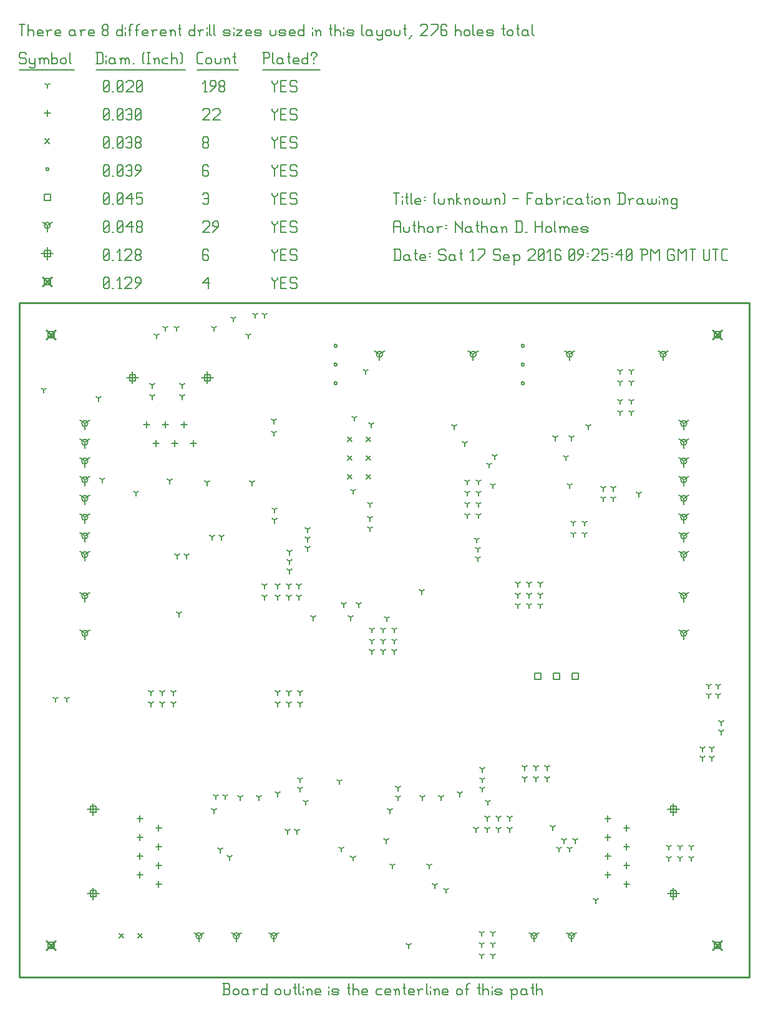
<source format=gbr>
G04 start of page 12 for group -3984 idx -3984 *
G04 Title: (unknown), fab *
G04 Creator: pcb 20140316 *
G04 CreationDate: Sat 17 Sep 2016 09:25:40 PM GMT UTC *
G04 For: ndholmes *
G04 Format: Gerber/RS-274X *
G04 PCB-Dimensions (mil): 3900.00 3600.00 *
G04 PCB-Coordinate-Origin: lower left *
%MOIN*%
%FSLAX25Y25*%
%LNFAB*%
%ADD129C,0.0100*%
%ADD128C,0.0060*%
%ADD127R,0.0080X0.0080*%
%ADD126C,0.0001*%
G54D126*G36*
X14600Y19966D02*X19966Y14600D01*
X19400Y14034D01*
X14034Y19400D01*
X14600Y19966D01*
G37*
G36*
X14034Y14600D02*X19400Y19966D01*
X19966Y19400D01*
X14600Y14034D01*
X14034Y14600D01*
G37*
G54D127*X15400Y18600D02*X18600D01*
X15400D02*Y15400D01*
X18600D01*
Y18600D02*Y15400D01*
G54D126*G36*
X370600Y19966D02*X375966Y14600D01*
X375400Y14034D01*
X370034Y19400D01*
X370600Y19966D01*
G37*
G36*
X370034Y14600D02*X375400Y19966D01*
X375966Y19400D01*
X370600Y14034D01*
X370034Y14600D01*
G37*
G54D127*X371400Y18600D02*X374600D01*
X371400D02*Y15400D01*
X374600D01*
Y18600D02*Y15400D01*
G54D126*G36*
X370600Y345966D02*X375966Y340600D01*
X375400Y340034D01*
X370034Y345400D01*
X370600Y345966D01*
G37*
G36*
X370034Y340600D02*X375400Y345966D01*
X375966Y345400D01*
X370600Y340034D01*
X370034Y340600D01*
G37*
G54D127*X371400Y344600D02*X374600D01*
X371400D02*Y341400D01*
X374600D01*
Y344600D02*Y341400D01*
G54D126*G36*
X14600Y345966D02*X19966Y340600D01*
X19400Y340034D01*
X14034Y345400D01*
X14600Y345966D01*
G37*
G36*
X14034Y340600D02*X19400Y345966D01*
X19966Y345400D01*
X14600Y340034D01*
X14034Y340600D01*
G37*
G54D127*X15400Y344600D02*X18600D01*
X15400D02*Y341400D01*
X18600D01*
Y344600D02*Y341400D01*
G54D126*G36*
X12600Y374216D02*X17966Y368850D01*
X17400Y368284D01*
X12034Y373650D01*
X12600Y374216D01*
G37*
G36*
X12034Y368850D02*X17400Y374216D01*
X17966Y373650D01*
X12600Y368284D01*
X12034Y368850D01*
G37*
G54D127*X13400Y372850D02*X16600D01*
X13400D02*Y369650D01*
X16600D01*
Y372850D02*Y369650D01*
G54D128*X135000Y373500D02*Y372750D01*
X136500Y371250D01*
X138000Y372750D01*
Y373500D02*Y372750D01*
X136500Y371250D02*Y367500D01*
X139800Y370500D02*X142050D01*
X139800Y367500D02*X142800D01*
X139800Y373500D02*Y367500D01*
Y373500D02*X142800D01*
X147600D02*X148350Y372750D01*
X145350Y373500D02*X147600D01*
X144600Y372750D02*X145350Y373500D01*
X144600Y372750D02*Y371250D01*
X145350Y370500D01*
X147600D01*
X148350Y369750D01*
Y368250D01*
X147600Y367500D02*X148350Y368250D01*
X145350Y367500D02*X147600D01*
X144600Y368250D02*X145350Y367500D01*
X98000Y370500D02*X101000Y373500D01*
X98000Y370500D02*X101750D01*
X101000Y373500D02*Y367500D01*
X45000Y368250D02*X45750Y367500D01*
X45000Y372750D02*Y368250D01*
Y372750D02*X45750Y373500D01*
X47250D01*
X48000Y372750D01*
Y368250D01*
X47250Y367500D02*X48000Y368250D01*
X45750Y367500D02*X47250D01*
X45000Y369000D02*X48000Y372000D01*
X49800Y367500D02*X50550D01*
X53100D02*X54600D01*
X53850Y373500D02*Y367500D01*
X52350Y372000D02*X53850Y373500D01*
X56400Y372750D02*X57150Y373500D01*
X59400D01*
X60150Y372750D01*
Y371250D01*
X56400Y367500D02*X60150Y371250D01*
X56400Y367500D02*X60150D01*
X61950D02*X64950Y370500D01*
Y372750D02*Y370500D01*
X64200Y373500D02*X64950Y372750D01*
X62700Y373500D02*X64200D01*
X61950Y372750D02*X62700Y373500D01*
X61950Y372750D02*Y371250D01*
X62700Y370500D01*
X64950D01*
X100500Y323200D02*Y316800D01*
X97300Y320000D02*X103700D01*
X98900Y321600D02*X102100D01*
X98900D02*Y318400D01*
X102100D01*
Y321600D02*Y318400D01*
X60500Y323200D02*Y316800D01*
X57300Y320000D02*X63700D01*
X58900Y321600D02*X62100D01*
X58900D02*Y318400D01*
X62100D01*
Y321600D02*Y318400D01*
X349500Y47700D02*Y41300D01*
X346300Y44500D02*X352700D01*
X347900Y46100D02*X351100D01*
X347900D02*Y42900D01*
X351100D01*
Y46100D02*Y42900D01*
X349500Y92700D02*Y86300D01*
X346300Y89500D02*X352700D01*
X347900Y91100D02*X351100D01*
X347900D02*Y87900D01*
X351100D01*
Y91100D02*Y87900D01*
X39500Y92700D02*Y86300D01*
X36300Y89500D02*X42700D01*
X37900Y91100D02*X41100D01*
X37900D02*Y87900D01*
X41100D01*
Y91100D02*Y87900D01*
X39500Y47700D02*Y41300D01*
X36300Y44500D02*X42700D01*
X37900Y46100D02*X41100D01*
X37900D02*Y42900D01*
X41100D01*
Y46100D02*Y42900D01*
X15000Y389450D02*Y383050D01*
X11800Y386250D02*X18200D01*
X13400Y387850D02*X16600D01*
X13400D02*Y384650D01*
X16600D01*
Y387850D02*Y384650D01*
X135000Y388500D02*Y387750D01*
X136500Y386250D01*
X138000Y387750D01*
Y388500D02*Y387750D01*
X136500Y386250D02*Y382500D01*
X139800Y385500D02*X142050D01*
X139800Y382500D02*X142800D01*
X139800Y388500D02*Y382500D01*
Y388500D02*X142800D01*
X147600D02*X148350Y387750D01*
X145350Y388500D02*X147600D01*
X144600Y387750D02*X145350Y388500D01*
X144600Y387750D02*Y386250D01*
X145350Y385500D01*
X147600D01*
X148350Y384750D01*
Y383250D01*
X147600Y382500D02*X148350Y383250D01*
X145350Y382500D02*X147600D01*
X144600Y383250D02*X145350Y382500D01*
X100250Y388500D02*X101000Y387750D01*
X98750Y388500D02*X100250D01*
X98000Y387750D02*X98750Y388500D01*
X98000Y387750D02*Y383250D01*
X98750Y382500D01*
X100250Y385500D02*X101000Y384750D01*
X98000Y385500D02*X100250D01*
X98750Y382500D02*X100250D01*
X101000Y383250D01*
Y384750D02*Y383250D01*
X45000D02*X45750Y382500D01*
X45000Y387750D02*Y383250D01*
Y387750D02*X45750Y388500D01*
X47250D01*
X48000Y387750D01*
Y383250D01*
X47250Y382500D02*X48000Y383250D01*
X45750Y382500D02*X47250D01*
X45000Y384000D02*X48000Y387000D01*
X49800Y382500D02*X50550D01*
X53100D02*X54600D01*
X53850Y388500D02*Y382500D01*
X52350Y387000D02*X53850Y388500D01*
X56400Y387750D02*X57150Y388500D01*
X59400D01*
X60150Y387750D01*
Y386250D01*
X56400Y382500D02*X60150Y386250D01*
X56400Y382500D02*X60150D01*
X61950Y383250D02*X62700Y382500D01*
X61950Y384750D02*Y383250D01*
Y384750D02*X62700Y385500D01*
X64200D01*
X64950Y384750D01*
Y383250D01*
X64200Y382500D02*X64950Y383250D01*
X62700Y382500D02*X64200D01*
X61950Y386250D02*X62700Y385500D01*
X61950Y387750D02*Y386250D01*
Y387750D02*X62700Y388500D01*
X64200D01*
X64950Y387750D01*
Y386250D01*
X64200Y385500D02*X64950Y386250D01*
X35000Y295500D02*Y292300D01*
Y295500D02*X37773Y297100D01*
X35000Y295500D02*X32227Y297100D01*
X33400Y295500D02*G75*G03X36600Y295500I1600J0D01*G01*
G75*G03X33400Y295500I-1600J0D01*G01*
X35000Y285500D02*Y282300D01*
Y285500D02*X37773Y287100D01*
X35000Y285500D02*X32227Y287100D01*
X33400Y285500D02*G75*G03X36600Y285500I1600J0D01*G01*
G75*G03X33400Y285500I-1600J0D01*G01*
X35000Y275500D02*Y272300D01*
Y275500D02*X37773Y277100D01*
X35000Y275500D02*X32227Y277100D01*
X33400Y275500D02*G75*G03X36600Y275500I1600J0D01*G01*
G75*G03X33400Y275500I-1600J0D01*G01*
X35000Y265500D02*Y262300D01*
Y265500D02*X37773Y267100D01*
X35000Y265500D02*X32227Y267100D01*
X33400Y265500D02*G75*G03X36600Y265500I1600J0D01*G01*
G75*G03X33400Y265500I-1600J0D01*G01*
X35000Y255500D02*Y252300D01*
Y255500D02*X37773Y257100D01*
X35000Y255500D02*X32227Y257100D01*
X33400Y255500D02*G75*G03X36600Y255500I1600J0D01*G01*
G75*G03X33400Y255500I-1600J0D01*G01*
X35000Y245500D02*Y242300D01*
Y245500D02*X37773Y247100D01*
X35000Y245500D02*X32227Y247100D01*
X33400Y245500D02*G75*G03X36600Y245500I1600J0D01*G01*
G75*G03X33400Y245500I-1600J0D01*G01*
X35000Y235500D02*Y232300D01*
Y235500D02*X37773Y237100D01*
X35000Y235500D02*X32227Y237100D01*
X33400Y235500D02*G75*G03X36600Y235500I1600J0D01*G01*
G75*G03X33400Y235500I-1600J0D01*G01*
X35000Y225500D02*Y222300D01*
Y225500D02*X37773Y227100D01*
X35000Y225500D02*X32227Y227100D01*
X33400Y225500D02*G75*G03X36600Y225500I1600J0D01*G01*
G75*G03X33400Y225500I-1600J0D01*G01*
X35000Y203500D02*Y200300D01*
Y203500D02*X37773Y205100D01*
X35000Y203500D02*X32227Y205100D01*
X33400Y203500D02*G75*G03X36600Y203500I1600J0D01*G01*
G75*G03X33400Y203500I-1600J0D01*G01*
X35000Y183500D02*Y180300D01*
Y183500D02*X37773Y185100D01*
X35000Y183500D02*X32227Y185100D01*
X33400Y183500D02*G75*G03X36600Y183500I1600J0D01*G01*
G75*G03X33400Y183500I-1600J0D01*G01*
X96000Y22000D02*Y18800D01*
Y22000D02*X98773Y23600D01*
X96000Y22000D02*X93227Y23600D01*
X94400Y22000D02*G75*G03X97600Y22000I1600J0D01*G01*
G75*G03X94400Y22000I-1600J0D01*G01*
X116000D02*Y18800D01*
Y22000D02*X118773Y23600D01*
X116000Y22000D02*X113227Y23600D01*
X114400Y22000D02*G75*G03X117600Y22000I1600J0D01*G01*
G75*G03X114400Y22000I-1600J0D01*G01*
X136000D02*Y18800D01*
Y22000D02*X138773Y23600D01*
X136000Y22000D02*X133227Y23600D01*
X134400Y22000D02*G75*G03X137600Y22000I1600J0D01*G01*
G75*G03X134400Y22000I-1600J0D01*G01*
X275000D02*Y18800D01*
Y22000D02*X277773Y23600D01*
X275000Y22000D02*X272227Y23600D01*
X273400Y22000D02*G75*G03X276600Y22000I1600J0D01*G01*
G75*G03X273400Y22000I-1600J0D01*G01*
X295000D02*Y18800D01*
Y22000D02*X297773Y23600D01*
X295000Y22000D02*X292227Y23600D01*
X293400Y22000D02*G75*G03X296600Y22000I1600J0D01*G01*
G75*G03X293400Y22000I-1600J0D01*G01*
X344000Y332500D02*Y329300D01*
Y332500D02*X346773Y334100D01*
X344000Y332500D02*X341227Y334100D01*
X342400Y332500D02*G75*G03X345600Y332500I1600J0D01*G01*
G75*G03X342400Y332500I-1600J0D01*G01*
X294000D02*Y329300D01*
Y332500D02*X296773Y334100D01*
X294000Y332500D02*X291227Y334100D01*
X292400Y332500D02*G75*G03X295600Y332500I1600J0D01*G01*
G75*G03X292400Y332500I-1600J0D01*G01*
X192500D02*Y329300D01*
Y332500D02*X195273Y334100D01*
X192500Y332500D02*X189727Y334100D01*
X190900Y332500D02*G75*G03X194100Y332500I1600J0D01*G01*
G75*G03X190900Y332500I-1600J0D01*G01*
X242500D02*Y329300D01*
Y332500D02*X245273Y334100D01*
X242500Y332500D02*X239727Y334100D01*
X240900Y332500D02*G75*G03X244100Y332500I1600J0D01*G01*
G75*G03X240900Y332500I-1600J0D01*G01*
X355000Y183500D02*Y180300D01*
Y183500D02*X357773Y185100D01*
X355000Y183500D02*X352227Y185100D01*
X353400Y183500D02*G75*G03X356600Y183500I1600J0D01*G01*
G75*G03X353400Y183500I-1600J0D01*G01*
X355000Y203500D02*Y200300D01*
Y203500D02*X357773Y205100D01*
X355000Y203500D02*X352227Y205100D01*
X353400Y203500D02*G75*G03X356600Y203500I1600J0D01*G01*
G75*G03X353400Y203500I-1600J0D01*G01*
X355000Y225500D02*Y222300D01*
Y225500D02*X357773Y227100D01*
X355000Y225500D02*X352227Y227100D01*
X353400Y225500D02*G75*G03X356600Y225500I1600J0D01*G01*
G75*G03X353400Y225500I-1600J0D01*G01*
X355000Y235500D02*Y232300D01*
Y235500D02*X357773Y237100D01*
X355000Y235500D02*X352227Y237100D01*
X353400Y235500D02*G75*G03X356600Y235500I1600J0D01*G01*
G75*G03X353400Y235500I-1600J0D01*G01*
X355000Y245500D02*Y242300D01*
Y245500D02*X357773Y247100D01*
X355000Y245500D02*X352227Y247100D01*
X353400Y245500D02*G75*G03X356600Y245500I1600J0D01*G01*
G75*G03X353400Y245500I-1600J0D01*G01*
X355000Y255500D02*Y252300D01*
Y255500D02*X357773Y257100D01*
X355000Y255500D02*X352227Y257100D01*
X353400Y255500D02*G75*G03X356600Y255500I1600J0D01*G01*
G75*G03X353400Y255500I-1600J0D01*G01*
X355000Y265500D02*Y262300D01*
Y265500D02*X357773Y267100D01*
X355000Y265500D02*X352227Y267100D01*
X353400Y265500D02*G75*G03X356600Y265500I1600J0D01*G01*
G75*G03X353400Y265500I-1600J0D01*G01*
X355000Y275500D02*Y272300D01*
Y275500D02*X357773Y277100D01*
X355000Y275500D02*X352227Y277100D01*
X353400Y275500D02*G75*G03X356600Y275500I1600J0D01*G01*
G75*G03X353400Y275500I-1600J0D01*G01*
X355000Y285500D02*Y282300D01*
Y285500D02*X357773Y287100D01*
X355000Y285500D02*X352227Y287100D01*
X353400Y285500D02*G75*G03X356600Y285500I1600J0D01*G01*
G75*G03X353400Y285500I-1600J0D01*G01*
X355000Y295500D02*Y292300D01*
Y295500D02*X357773Y297100D01*
X355000Y295500D02*X352227Y297100D01*
X353400Y295500D02*G75*G03X356600Y295500I1600J0D01*G01*
G75*G03X353400Y295500I-1600J0D01*G01*
X15000Y401250D02*Y398050D01*
Y401250D02*X17773Y402850D01*
X15000Y401250D02*X12227Y402850D01*
X13400Y401250D02*G75*G03X16600Y401250I1600J0D01*G01*
G75*G03X13400Y401250I-1600J0D01*G01*
X135000Y403500D02*Y402750D01*
X136500Y401250D01*
X138000Y402750D01*
Y403500D02*Y402750D01*
X136500Y401250D02*Y397500D01*
X139800Y400500D02*X142050D01*
X139800Y397500D02*X142800D01*
X139800Y403500D02*Y397500D01*
Y403500D02*X142800D01*
X147600D02*X148350Y402750D01*
X145350Y403500D02*X147600D01*
X144600Y402750D02*X145350Y403500D01*
X144600Y402750D02*Y401250D01*
X145350Y400500D01*
X147600D01*
X148350Y399750D01*
Y398250D01*
X147600Y397500D02*X148350Y398250D01*
X145350Y397500D02*X147600D01*
X144600Y398250D02*X145350Y397500D01*
X98000Y402750D02*X98750Y403500D01*
X101000D01*
X101750Y402750D01*
Y401250D01*
X98000Y397500D02*X101750Y401250D01*
X98000Y397500D02*X101750D01*
X103550D02*X106550Y400500D01*
Y402750D02*Y400500D01*
X105800Y403500D02*X106550Y402750D01*
X104300Y403500D02*X105800D01*
X103550Y402750D02*X104300Y403500D01*
X103550Y402750D02*Y401250D01*
X104300Y400500D01*
X106550D01*
X45000Y398250D02*X45750Y397500D01*
X45000Y402750D02*Y398250D01*
Y402750D02*X45750Y403500D01*
X47250D01*
X48000Y402750D01*
Y398250D01*
X47250Y397500D02*X48000Y398250D01*
X45750Y397500D02*X47250D01*
X45000Y399000D02*X48000Y402000D01*
X49800Y397500D02*X50550D01*
X52350Y398250D02*X53100Y397500D01*
X52350Y402750D02*Y398250D01*
Y402750D02*X53100Y403500D01*
X54600D01*
X55350Y402750D01*
Y398250D01*
X54600Y397500D02*X55350Y398250D01*
X53100Y397500D02*X54600D01*
X52350Y399000D02*X55350Y402000D01*
X57150Y400500D02*X60150Y403500D01*
X57150Y400500D02*X60900D01*
X60150Y403500D02*Y397500D01*
X62700Y398250D02*X63450Y397500D01*
X62700Y399750D02*Y398250D01*
Y399750D02*X63450Y400500D01*
X64950D01*
X65700Y399750D01*
Y398250D01*
X64950Y397500D02*X65700Y398250D01*
X63450Y397500D02*X64950D01*
X62700Y401250D02*X63450Y400500D01*
X62700Y402750D02*Y401250D01*
Y402750D02*X63450Y403500D01*
X64950D01*
X65700Y402750D01*
Y401250D01*
X64950Y400500D02*X65700Y401250D01*
X275400Y162100D02*X278600D01*
X275400D02*Y158900D01*
X278600D01*
Y162100D02*Y158900D01*
X285400Y162100D02*X288600D01*
X285400D02*Y158900D01*
X288600D01*
Y162100D02*Y158900D01*
X295400Y162100D02*X298600D01*
X295400D02*Y158900D01*
X298600D01*
Y162100D02*Y158900D01*
X13400Y417850D02*X16600D01*
X13400D02*Y414650D01*
X16600D01*
Y417850D02*Y414650D01*
X135000Y418500D02*Y417750D01*
X136500Y416250D01*
X138000Y417750D01*
Y418500D02*Y417750D01*
X136500Y416250D02*Y412500D01*
X139800Y415500D02*X142050D01*
X139800Y412500D02*X142800D01*
X139800Y418500D02*Y412500D01*
Y418500D02*X142800D01*
X147600D02*X148350Y417750D01*
X145350Y418500D02*X147600D01*
X144600Y417750D02*X145350Y418500D01*
X144600Y417750D02*Y416250D01*
X145350Y415500D01*
X147600D01*
X148350Y414750D01*
Y413250D01*
X147600Y412500D02*X148350Y413250D01*
X145350Y412500D02*X147600D01*
X144600Y413250D02*X145350Y412500D01*
X98000Y417750D02*X98750Y418500D01*
X100250D01*
X101000Y417750D01*
Y413250D01*
X100250Y412500D02*X101000Y413250D01*
X98750Y412500D02*X100250D01*
X98000Y413250D02*X98750Y412500D01*
Y415500D02*X101000D01*
X45000Y413250D02*X45750Y412500D01*
X45000Y417750D02*Y413250D01*
Y417750D02*X45750Y418500D01*
X47250D01*
X48000Y417750D01*
Y413250D01*
X47250Y412500D02*X48000Y413250D01*
X45750Y412500D02*X47250D01*
X45000Y414000D02*X48000Y417000D01*
X49800Y412500D02*X50550D01*
X52350Y413250D02*X53100Y412500D01*
X52350Y417750D02*Y413250D01*
Y417750D02*X53100Y418500D01*
X54600D01*
X55350Y417750D01*
Y413250D01*
X54600Y412500D02*X55350Y413250D01*
X53100Y412500D02*X54600D01*
X52350Y414000D02*X55350Y417000D01*
X57150Y415500D02*X60150Y418500D01*
X57150Y415500D02*X60900D01*
X60150Y418500D02*Y412500D01*
X62700Y418500D02*X65700D01*
X62700D02*Y415500D01*
X63450Y416250D01*
X64950D01*
X65700Y415500D01*
Y413250D01*
X64950Y412500D02*X65700Y413250D01*
X63450Y412500D02*X64950D01*
X62700Y413250D02*X63450Y412500D01*
X168200Y337000D02*G75*G03X169800Y337000I800J0D01*G01*
G75*G03X168200Y337000I-800J0D01*G01*
Y327000D02*G75*G03X169800Y327000I800J0D01*G01*
G75*G03X168200Y327000I-800J0D01*G01*
Y317000D02*G75*G03X169800Y317000I800J0D01*G01*
G75*G03X168200Y317000I-800J0D01*G01*
X268200Y337000D02*G75*G03X269800Y337000I800J0D01*G01*
G75*G03X268200Y337000I-800J0D01*G01*
Y327000D02*G75*G03X269800Y327000I800J0D01*G01*
G75*G03X268200Y327000I-800J0D01*G01*
Y317000D02*G75*G03X269800Y317000I800J0D01*G01*
G75*G03X268200Y317000I-800J0D01*G01*
X14200Y431250D02*G75*G03X15800Y431250I800J0D01*G01*
G75*G03X14200Y431250I-800J0D01*G01*
X135000Y433500D02*Y432750D01*
X136500Y431250D01*
X138000Y432750D01*
Y433500D02*Y432750D01*
X136500Y431250D02*Y427500D01*
X139800Y430500D02*X142050D01*
X139800Y427500D02*X142800D01*
X139800Y433500D02*Y427500D01*
Y433500D02*X142800D01*
X147600D02*X148350Y432750D01*
X145350Y433500D02*X147600D01*
X144600Y432750D02*X145350Y433500D01*
X144600Y432750D02*Y431250D01*
X145350Y430500D01*
X147600D01*
X148350Y429750D01*
Y428250D01*
X147600Y427500D02*X148350Y428250D01*
X145350Y427500D02*X147600D01*
X144600Y428250D02*X145350Y427500D01*
X100250Y433500D02*X101000Y432750D01*
X98750Y433500D02*X100250D01*
X98000Y432750D02*X98750Y433500D01*
X98000Y432750D02*Y428250D01*
X98750Y427500D01*
X100250Y430500D02*X101000Y429750D01*
X98000Y430500D02*X100250D01*
X98750Y427500D02*X100250D01*
X101000Y428250D01*
Y429750D02*Y428250D01*
X45000D02*X45750Y427500D01*
X45000Y432750D02*Y428250D01*
Y432750D02*X45750Y433500D01*
X47250D01*
X48000Y432750D01*
Y428250D01*
X47250Y427500D02*X48000Y428250D01*
X45750Y427500D02*X47250D01*
X45000Y429000D02*X48000Y432000D01*
X49800Y427500D02*X50550D01*
X52350Y428250D02*X53100Y427500D01*
X52350Y432750D02*Y428250D01*
Y432750D02*X53100Y433500D01*
X54600D01*
X55350Y432750D01*
Y428250D01*
X54600Y427500D02*X55350Y428250D01*
X53100Y427500D02*X54600D01*
X52350Y429000D02*X55350Y432000D01*
X57150Y432750D02*X57900Y433500D01*
X59400D01*
X60150Y432750D01*
Y428250D01*
X59400Y427500D02*X60150Y428250D01*
X57900Y427500D02*X59400D01*
X57150Y428250D02*X57900Y427500D01*
Y430500D02*X60150D01*
X61950Y427500D02*X64950Y430500D01*
Y432750D02*Y430500D01*
X64200Y433500D02*X64950Y432750D01*
X62700Y433500D02*X64200D01*
X61950Y432750D02*X62700Y433500D01*
X61950Y432750D02*Y431250D01*
X62700Y430500D01*
X64950D01*
X175300Y288200D02*X177700Y285800D01*
X175300D02*X177700Y288200D01*
X175300Y278200D02*X177700Y275800D01*
X175300D02*X177700Y278200D01*
X175300Y268200D02*X177700Y265800D01*
X175300D02*X177700Y268200D01*
X185300Y288200D02*X187700Y285800D01*
X185300D02*X187700Y288200D01*
X185300Y278200D02*X187700Y275800D01*
X185300D02*X187700Y278200D01*
X185300Y268200D02*X187700Y265800D01*
X185300D02*X187700Y268200D01*
X63300Y23200D02*X65700Y20800D01*
X63300D02*X65700Y23200D01*
X53300D02*X55700Y20800D01*
X53300D02*X55700Y23200D01*
X13800Y447450D02*X16200Y445050D01*
X13800D02*X16200Y447450D01*
X135000Y448500D02*Y447750D01*
X136500Y446250D01*
X138000Y447750D01*
Y448500D02*Y447750D01*
X136500Y446250D02*Y442500D01*
X139800Y445500D02*X142050D01*
X139800Y442500D02*X142800D01*
X139800Y448500D02*Y442500D01*
Y448500D02*X142800D01*
X147600D02*X148350Y447750D01*
X145350Y448500D02*X147600D01*
X144600Y447750D02*X145350Y448500D01*
X144600Y447750D02*Y446250D01*
X145350Y445500D01*
X147600D01*
X148350Y444750D01*
Y443250D01*
X147600Y442500D02*X148350Y443250D01*
X145350Y442500D02*X147600D01*
X144600Y443250D02*X145350Y442500D01*
X98000Y443250D02*X98750Y442500D01*
X98000Y444750D02*Y443250D01*
Y444750D02*X98750Y445500D01*
X100250D01*
X101000Y444750D01*
Y443250D01*
X100250Y442500D02*X101000Y443250D01*
X98750Y442500D02*X100250D01*
X98000Y446250D02*X98750Y445500D01*
X98000Y447750D02*Y446250D01*
Y447750D02*X98750Y448500D01*
X100250D01*
X101000Y447750D01*
Y446250D01*
X100250Y445500D02*X101000Y446250D01*
X45000Y443250D02*X45750Y442500D01*
X45000Y447750D02*Y443250D01*
Y447750D02*X45750Y448500D01*
X47250D01*
X48000Y447750D01*
Y443250D01*
X47250Y442500D02*X48000Y443250D01*
X45750Y442500D02*X47250D01*
X45000Y444000D02*X48000Y447000D01*
X49800Y442500D02*X50550D01*
X52350Y443250D02*X53100Y442500D01*
X52350Y447750D02*Y443250D01*
Y447750D02*X53100Y448500D01*
X54600D01*
X55350Y447750D01*
Y443250D01*
X54600Y442500D02*X55350Y443250D01*
X53100Y442500D02*X54600D01*
X52350Y444000D02*X55350Y447000D01*
X57150Y447750D02*X57900Y448500D01*
X59400D01*
X60150Y447750D01*
Y443250D01*
X59400Y442500D02*X60150Y443250D01*
X57900Y442500D02*X59400D01*
X57150Y443250D02*X57900Y442500D01*
Y445500D02*X60150D01*
X61950Y443250D02*X62700Y442500D01*
X61950Y444750D02*Y443250D01*
Y444750D02*X62700Y445500D01*
X64200D01*
X64950Y444750D01*
Y443250D01*
X64200Y442500D02*X64950Y443250D01*
X62700Y442500D02*X64200D01*
X61950Y446250D02*X62700Y445500D01*
X61950Y447750D02*Y446250D01*
Y447750D02*X62700Y448500D01*
X64200D01*
X64950Y447750D01*
Y446250D01*
X64200Y445500D02*X64950Y446250D01*
X93000Y286600D02*Y283400D01*
X91400Y285000D02*X94600D01*
X88000Y296600D02*Y293400D01*
X86400Y295000D02*X89600D01*
X83000Y286600D02*Y283400D01*
X81400Y285000D02*X84600D01*
X78000Y296600D02*Y293400D01*
X76400Y295000D02*X79600D01*
X73000Y286600D02*Y283400D01*
X71400Y285000D02*X74600D01*
X68000Y296600D02*Y293400D01*
X66400Y295000D02*X69600D01*
X324500Y51100D02*Y47900D01*
X322900Y49500D02*X326100D01*
X314500Y56100D02*Y52900D01*
X312900Y54500D02*X316100D01*
X324500Y61100D02*Y57900D01*
X322900Y59500D02*X326100D01*
X314500Y66100D02*Y62900D01*
X312900Y64500D02*X316100D01*
X324500Y71100D02*Y67900D01*
X322900Y69500D02*X326100D01*
X314500Y76100D02*Y72900D01*
X312900Y74500D02*X316100D01*
X324500Y81100D02*Y77900D01*
X322900Y79500D02*X326100D01*
X314500Y86100D02*Y82900D01*
X312900Y84500D02*X316100D01*
X64500Y86100D02*Y82900D01*
X62900Y84500D02*X66100D01*
X74500Y81100D02*Y77900D01*
X72900Y79500D02*X76100D01*
X64500Y76100D02*Y72900D01*
X62900Y74500D02*X66100D01*
X74500Y71100D02*Y67900D01*
X72900Y69500D02*X76100D01*
X64500Y66100D02*Y62900D01*
X62900Y64500D02*X66100D01*
X74500Y61100D02*Y57900D01*
X72900Y59500D02*X76100D01*
X64500Y56100D02*Y52900D01*
X62900Y54500D02*X66100D01*
X74500Y51100D02*Y47900D01*
X72900Y49500D02*X76100D01*
X15000Y462850D02*Y459650D01*
X13400Y461250D02*X16600D01*
X135000Y463500D02*Y462750D01*
X136500Y461250D01*
X138000Y462750D01*
Y463500D02*Y462750D01*
X136500Y461250D02*Y457500D01*
X139800Y460500D02*X142050D01*
X139800Y457500D02*X142800D01*
X139800Y463500D02*Y457500D01*
Y463500D02*X142800D01*
X147600D02*X148350Y462750D01*
X145350Y463500D02*X147600D01*
X144600Y462750D02*X145350Y463500D01*
X144600Y462750D02*Y461250D01*
X145350Y460500D01*
X147600D01*
X148350Y459750D01*
Y458250D01*
X147600Y457500D02*X148350Y458250D01*
X145350Y457500D02*X147600D01*
X144600Y458250D02*X145350Y457500D01*
X98000Y462750D02*X98750Y463500D01*
X101000D01*
X101750Y462750D01*
Y461250D01*
X98000Y457500D02*X101750Y461250D01*
X98000Y457500D02*X101750D01*
X103550Y462750D02*X104300Y463500D01*
X106550D01*
X107300Y462750D01*
Y461250D01*
X103550Y457500D02*X107300Y461250D01*
X103550Y457500D02*X107300D01*
X45000Y458250D02*X45750Y457500D01*
X45000Y462750D02*Y458250D01*
Y462750D02*X45750Y463500D01*
X47250D01*
X48000Y462750D01*
Y458250D01*
X47250Y457500D02*X48000Y458250D01*
X45750Y457500D02*X47250D01*
X45000Y459000D02*X48000Y462000D01*
X49800Y457500D02*X50550D01*
X52350Y458250D02*X53100Y457500D01*
X52350Y462750D02*Y458250D01*
Y462750D02*X53100Y463500D01*
X54600D01*
X55350Y462750D01*
Y458250D01*
X54600Y457500D02*X55350Y458250D01*
X53100Y457500D02*X54600D01*
X52350Y459000D02*X55350Y462000D01*
X57150Y462750D02*X57900Y463500D01*
X59400D01*
X60150Y462750D01*
Y458250D01*
X59400Y457500D02*X60150Y458250D01*
X57900Y457500D02*X59400D01*
X57150Y458250D02*X57900Y457500D01*
Y460500D02*X60150D01*
X61950Y458250D02*X62700Y457500D01*
X61950Y462750D02*Y458250D01*
Y462750D02*X62700Y463500D01*
X64200D01*
X64950Y462750D01*
Y458250D01*
X64200Y457500D02*X64950Y458250D01*
X62700Y457500D02*X64200D01*
X61950Y459000D02*X64950Y462000D01*
X112500Y64000D02*Y62400D01*
Y64000D02*X113887Y64800D01*
X112500Y64000D02*X111113Y64800D01*
X107500Y68000D02*Y66400D01*
Y68000D02*X108887Y68800D01*
X107500Y68000D02*X106113Y68800D01*
X288500Y68500D02*Y66900D01*
Y68500D02*X289887Y69300D01*
X288500Y68500D02*X287113Y69300D01*
X294000Y68500D02*Y66900D01*
Y68500D02*X295387Y69300D01*
X294000Y68500D02*X292613Y69300D01*
X150000Y105500D02*Y103900D01*
Y105500D02*X151387Y106300D01*
X150000Y105500D02*X148613Y106300D01*
X138000Y98000D02*Y96400D01*
Y98000D02*X139387Y98800D01*
X138000Y98000D02*X136613Y98800D01*
X150000Y100500D02*Y98900D01*
Y100500D02*X151387Y101300D01*
X150000Y100500D02*X148613Y101300D01*
X128000Y96000D02*Y94400D01*
Y96000D02*X129387Y96800D01*
X128000Y96000D02*X126613Y96800D01*
X118000Y96000D02*Y94400D01*
Y96000D02*X119387Y96800D01*
X118000Y96000D02*X116613Y96800D01*
X153000Y93500D02*Y91900D01*
Y93500D02*X154387Y94300D01*
X153000Y93500D02*X151613Y94300D01*
X178276Y63724D02*Y62124D01*
Y63724D02*X179663Y64524D01*
X178276Y63724D02*X176889Y64524D01*
X172000Y68500D02*Y66900D01*
Y68500D02*X173387Y69300D01*
X172000Y68500D02*X170613Y69300D01*
X291000Y73000D02*Y71400D01*
Y73000D02*X292387Y73800D01*
X291000Y73000D02*X289613Y73800D01*
X297000Y73000D02*Y71400D01*
Y73000D02*X298387Y73800D01*
X297000Y73000D02*X295613Y73800D01*
X196000Y73000D02*Y71400D01*
Y73000D02*X197387Y73800D01*
X196000Y73000D02*X194613Y73800D01*
X171000Y104500D02*Y102900D01*
Y104500D02*X172387Y105300D01*
X171000Y104500D02*X169613Y105300D01*
X105000Y96500D02*Y94900D01*
Y96500D02*X106387Y97300D01*
X105000Y96500D02*X103613Y97300D01*
X110000Y96500D02*Y94900D01*
Y96500D02*X111387Y97300D01*
X110000Y96500D02*X108613Y97300D01*
X199500Y59500D02*Y57900D01*
Y59500D02*X200887Y60300D01*
X199500Y59500D02*X198113Y60300D01*
X219000Y59500D02*Y57900D01*
Y59500D02*X220387Y60300D01*
X219000Y59500D02*X217613Y60300D01*
X247500Y105500D02*Y103900D01*
Y105500D02*X248887Y106300D01*
X247500Y105500D02*X246113Y106300D01*
X235500Y98000D02*Y96400D01*
Y98000D02*X236887Y98800D01*
X235500Y98000D02*X234113Y98800D01*
X247500Y100500D02*Y98900D01*
Y100500D02*X248887Y101300D01*
X247500Y100500D02*X246113Y101300D01*
X225500Y96000D02*Y94400D01*
Y96000D02*X226887Y96800D01*
X225500Y96000D02*X224113Y96800D01*
X215500Y96000D02*Y94400D01*
Y96000D02*X216887Y96800D01*
X215500Y96000D02*X214113Y96800D01*
X250500Y93500D02*Y91900D01*
Y93500D02*X251887Y94300D01*
X250500Y93500D02*X249113Y94300D01*
X202500Y95957D02*Y94357D01*
Y95957D02*X203887Y96757D01*
X202500Y95957D02*X201113Y96757D01*
X202500Y101000D02*Y99400D01*
Y101000D02*X203887Y101800D01*
X202500Y101000D02*X201113Y101800D01*
X222000Y49000D02*Y47400D01*
Y49000D02*X223387Y49800D01*
X222000Y49000D02*X220613Y49800D01*
X247500Y111000D02*Y109400D01*
Y111000D02*X248887Y111800D01*
X247500Y111000D02*X246113Y111800D01*
X244000Y79000D02*Y77400D01*
Y79000D02*X245387Y79800D01*
X244000Y79000D02*X242613Y79800D01*
X250000Y79000D02*Y77400D01*
Y79000D02*X251387Y79800D01*
X250000Y79000D02*X248613Y79800D01*
X256000Y79000D02*Y77400D01*
Y79000D02*X257387Y79800D01*
X256000Y79000D02*X254613Y79800D01*
X262000Y79000D02*Y77400D01*
Y79000D02*X263387Y79800D01*
X262000Y79000D02*X260613Y79800D01*
X250000Y85000D02*Y83400D01*
Y85000D02*X251387Y85800D01*
X250000Y85000D02*X248613Y85800D01*
X256000Y85000D02*Y83400D01*
Y85000D02*X257387Y85800D01*
X256000Y85000D02*X254613Y85800D01*
X262000Y85000D02*Y83400D01*
Y85000D02*X263387Y85800D01*
X262000Y85000D02*X260613Y85800D01*
X104000Y89000D02*Y87400D01*
Y89000D02*X105387Y89800D01*
X104000Y89000D02*X102613Y89800D01*
X198000Y89000D02*Y87400D01*
Y89000D02*X199387Y89800D01*
X198000Y89000D02*X196613Y89800D01*
X285000Y80000D02*Y78400D01*
Y80000D02*X286387Y80800D01*
X285000Y80000D02*X283613Y80800D01*
X270000Y106000D02*Y104400D01*
Y106000D02*X271387Y106800D01*
X270000Y106000D02*X268613Y106800D01*
X276000Y106000D02*Y104400D01*
Y106000D02*X277387Y106800D01*
X276000Y106000D02*X274613Y106800D01*
X282000Y106000D02*Y104400D01*
Y106000D02*X283387Y106800D01*
X282000Y106000D02*X280613Y106800D01*
X270000Y112000D02*Y110400D01*
Y112000D02*X271387Y112800D01*
X270000Y112000D02*X268613Y112800D01*
X276000Y112000D02*Y110400D01*
Y112000D02*X277387Y112800D01*
X276000Y112000D02*X274613Y112800D01*
X282000Y112000D02*Y110400D01*
Y112000D02*X283387Y112800D01*
X282000Y112000D02*X280613Y112800D01*
X266500Y204000D02*Y202400D01*
Y204000D02*X267887Y204800D01*
X266500Y204000D02*X265113Y204800D01*
X272500Y204000D02*Y202400D01*
Y204000D02*X273887Y204800D01*
X272500Y204000D02*X271113Y204800D01*
X278500Y204000D02*Y202400D01*
Y204000D02*X279887Y204800D01*
X278500Y204000D02*X277113Y204800D01*
X266500Y210000D02*Y208400D01*
Y210000D02*X267887Y210800D01*
X266500Y210000D02*X265113Y210800D01*
X272500Y210000D02*Y208400D01*
Y210000D02*X273887Y210800D01*
X272500Y210000D02*X271113Y210800D01*
X278500Y210000D02*Y208400D01*
Y210000D02*X279887Y210800D01*
X278500Y210000D02*X277113Y210800D01*
X266500Y198500D02*Y196900D01*
Y198500D02*X267887Y199300D01*
X266500Y198500D02*X265113Y199300D01*
X272500Y198500D02*Y196900D01*
Y198500D02*X273887Y199300D01*
X272500Y198500D02*X271113Y199300D01*
X278500Y198500D02*Y196900D01*
Y198500D02*X279887Y199300D01*
X278500Y198500D02*X277113Y199300D01*
X148500Y78000D02*Y76400D01*
Y78000D02*X149887Y78800D01*
X148500Y78000D02*X147113Y78800D01*
X143500Y78000D02*Y76400D01*
Y78000D02*X144887Y78800D01*
X143500Y78000D02*X142113Y78800D01*
X114500Y351500D02*Y349900D01*
Y351500D02*X115887Y352300D01*
X114500Y351500D02*X113113Y352300D01*
X84000Y346500D02*Y344900D01*
Y346500D02*X85387Y347300D01*
X84000Y346500D02*X82613Y347300D01*
X73500Y342500D02*Y340900D01*
Y342500D02*X74887Y343300D01*
X73500Y342500D02*X72113Y343300D01*
X103000Y235000D02*Y233400D01*
Y235000D02*X104387Y235800D01*
X103000Y235000D02*X101613Y235800D01*
X108000Y235000D02*Y233400D01*
Y235000D02*X109387Y235800D01*
X108000Y235000D02*X106613Y235800D01*
X136000Y297000D02*Y295400D01*
Y297000D02*X137387Y297800D01*
X136000Y297000D02*X134613Y297800D01*
X136000Y290500D02*Y288900D01*
Y290500D02*X137387Y291300D01*
X136000Y290500D02*X134613Y291300D01*
X104000Y346500D02*Y344900D01*
Y346500D02*X105387Y347300D01*
X104000Y346500D02*X102613Y347300D01*
X122500Y342500D02*Y340900D01*
Y342500D02*X123887Y343300D01*
X122500Y342500D02*X121113Y343300D01*
X136500Y249500D02*Y247900D01*
Y249500D02*X137887Y250300D01*
X136500Y249500D02*X135113Y250300D01*
X136500Y244000D02*Y242400D01*
Y244000D02*X137887Y244800D01*
X136500Y244000D02*X135113Y244800D01*
X78000Y346500D02*Y344900D01*
Y346500D02*X79387Y347300D01*
X78000Y346500D02*X76613Y347300D01*
X84500Y225000D02*Y223400D01*
Y225000D02*X85887Y225800D01*
X84500Y225000D02*X83113Y225800D01*
X89500Y225000D02*Y223400D01*
Y225000D02*X90887Y225800D01*
X89500Y225000D02*X88113Y225800D01*
X87000Y310000D02*Y308400D01*
Y310000D02*X88387Y310800D01*
X87000Y310000D02*X85613Y310800D01*
X87000Y316000D02*Y314400D01*
Y316000D02*X88387Y316800D01*
X87000Y316000D02*X85613Y316800D01*
X71000Y310000D02*Y308400D01*
Y310000D02*X72387Y310800D01*
X71000Y310000D02*X69613Y310800D01*
X71000Y316000D02*Y314400D01*
Y316000D02*X72387Y316800D01*
X71000Y316000D02*X69613Y316800D01*
X124500Y264000D02*Y262400D01*
Y264000D02*X125887Y264800D01*
X124500Y264000D02*X123113Y264800D01*
X304000Y294000D02*Y292400D01*
Y294000D02*X305387Y294800D01*
X304000Y294000D02*X302613Y294800D01*
X232500Y294000D02*Y292400D01*
Y294000D02*X233887Y294800D01*
X232500Y294000D02*X231113Y294800D01*
X254000Y278000D02*Y276400D01*
Y278000D02*X255387Y278800D01*
X254000Y278000D02*X252613Y278800D01*
X286500Y288000D02*Y286400D01*
Y288000D02*X287887Y288800D01*
X286500Y288000D02*X285113Y288800D01*
X295000Y288000D02*Y286400D01*
Y288000D02*X296387Y288800D01*
X295000Y288000D02*X293613Y288800D01*
X251000Y273500D02*Y271900D01*
Y273500D02*X252387Y274300D01*
X251000Y273500D02*X249613Y274300D01*
X292000Y277500D02*Y275900D01*
Y277500D02*X293387Y278300D01*
X292000Y277500D02*X290613Y278300D01*
X294000Y262500D02*Y260900D01*
Y262500D02*X295387Y263300D01*
X294000Y262500D02*X292613Y263300D01*
X253000Y262500D02*Y260900D01*
Y262500D02*X254387Y263300D01*
X253000Y262500D02*X251613Y263300D01*
X312000Y261000D02*Y259400D01*
Y261000D02*X313387Y261800D01*
X312000Y261000D02*X310613Y261800D01*
X317500Y261000D02*Y259400D01*
Y261000D02*X318887Y261800D01*
X317500Y261000D02*X316113Y261800D01*
X312000Y255500D02*Y253900D01*
Y255500D02*X313387Y256300D01*
X312000Y255500D02*X310613Y256300D01*
X317500Y255500D02*Y253900D01*
Y255500D02*X318887Y256300D01*
X317500Y255500D02*X316113Y256300D01*
X215000Y206000D02*Y204400D01*
Y206000D02*X216387Y206800D01*
X215000Y206000D02*X213613Y206800D01*
X85500Y194000D02*Y192400D01*
Y194000D02*X86887Y194800D01*
X85500Y194000D02*X84113Y194800D01*
X196500Y191500D02*Y189900D01*
Y191500D02*X197887Y192300D01*
X196500Y191500D02*X195113Y192300D01*
X187500Y239500D02*Y237900D01*
Y239500D02*X188887Y240300D01*
X187500Y239500D02*X186113Y240300D01*
X179000Y298500D02*Y296900D01*
Y298500D02*X180387Y299300D01*
X179000Y298500D02*X177613Y299300D01*
X185000Y323500D02*Y321900D01*
Y323500D02*X186387Y324300D01*
X185000Y323500D02*X183613Y324300D01*
X188000Y295000D02*Y293400D01*
Y295000D02*X189387Y295800D01*
X188000Y295000D02*X186613Y295800D01*
X187500Y245000D02*Y243400D01*
Y245000D02*X188887Y245800D01*
X187500Y245000D02*X186113Y245800D01*
X178500Y259500D02*Y257900D01*
Y259500D02*X179887Y260300D01*
X178500Y259500D02*X177113Y260300D01*
X154000Y229000D02*Y227400D01*
Y229000D02*X155387Y229800D01*
X154000Y229000D02*X152613Y229800D01*
X154000Y234000D02*Y232400D01*
Y234000D02*X155387Y234800D01*
X154000Y234000D02*X152613Y234800D01*
X154000Y239000D02*Y237400D01*
Y239000D02*X155387Y239800D01*
X154000Y239000D02*X152613Y239800D01*
X177000Y192000D02*Y190400D01*
Y192000D02*X178387Y192800D01*
X177000Y192000D02*X175613Y192800D01*
X157000Y192000D02*Y190400D01*
Y192000D02*X158387Y192800D01*
X157000Y192000D02*X155613Y192800D01*
X144500Y217000D02*Y215400D01*
Y217000D02*X145887Y217800D01*
X144500Y217000D02*X143113Y217800D01*
X144500Y222000D02*Y220400D01*
Y222000D02*X145887Y222800D01*
X144500Y222000D02*X143113Y222800D01*
X144500Y227000D02*Y225400D01*
Y227000D02*X145887Y227800D01*
X144500Y227000D02*X143113Y227800D01*
X245000Y223500D02*Y221900D01*
Y223500D02*X246387Y224300D01*
X245000Y223500D02*X243613Y224300D01*
X245000Y228500D02*Y226900D01*
Y228500D02*X246387Y229300D01*
X245000Y228500D02*X243613Y229300D01*
X244500Y233500D02*Y231900D01*
Y233500D02*X245887Y234300D01*
X244500Y233500D02*X243113Y234300D01*
X238000Y285000D02*Y283400D01*
Y285000D02*X239387Y285800D01*
X238000Y285000D02*X236613Y285800D01*
X239500Y258500D02*Y256900D01*
Y258500D02*X240887Y259300D01*
X239500Y258500D02*X238113Y259300D01*
X245500Y258500D02*Y256900D01*
Y258500D02*X246887Y259300D01*
X245500Y258500D02*X244113Y259300D01*
X239500Y264500D02*Y262900D01*
Y264500D02*X240887Y265300D01*
X239500Y264500D02*X238113Y265300D01*
X245500Y264500D02*Y262900D01*
Y264500D02*X246887Y265300D01*
X245500Y264500D02*X244113Y265300D01*
X296000Y236500D02*Y234900D01*
Y236500D02*X297387Y237300D01*
X296000Y236500D02*X294613Y237300D01*
X302000Y236500D02*Y234900D01*
Y236500D02*X303387Y237300D01*
X302000Y236500D02*X300613Y237300D01*
X296000Y242500D02*Y240900D01*
Y242500D02*X297387Y243300D01*
X296000Y242500D02*X294613Y243300D01*
X302000Y242500D02*Y240900D01*
Y242500D02*X303387Y243300D01*
X302000Y242500D02*X300613Y243300D01*
X173500Y199000D02*Y197400D01*
Y199000D02*X174887Y199800D01*
X173500Y199000D02*X172113Y199800D01*
X181500Y199000D02*Y197400D01*
Y199000D02*X182887Y199800D01*
X181500Y199000D02*X180113Y199800D01*
X131000Y209000D02*Y207400D01*
Y209000D02*X132387Y209800D01*
X131000Y209000D02*X129613Y209800D01*
X138000Y209000D02*Y207400D01*
Y209000D02*X139387Y209800D01*
X138000Y209000D02*X136613Y209800D01*
X131000Y203000D02*Y201400D01*
Y203000D02*X132387Y203800D01*
X131000Y203000D02*X129613Y203800D01*
X138000Y203000D02*Y201400D01*
Y203000D02*X139387Y203800D01*
X138000Y203000D02*X136613Y203800D01*
X144000Y209000D02*Y207400D01*
Y209000D02*X145387Y209800D01*
X144000Y209000D02*X142613Y209800D01*
X149500Y209000D02*Y207400D01*
Y209000D02*X150887Y209800D01*
X149500Y209000D02*X148113Y209800D01*
X144000Y203000D02*Y201400D01*
Y203000D02*X145387Y203800D01*
X144000Y203000D02*X142613Y203800D01*
X149500Y203000D02*Y201400D01*
Y203000D02*X150887Y203800D01*
X149500Y203000D02*X148113Y203800D01*
X239500Y246500D02*Y244900D01*
Y246500D02*X240887Y247300D01*
X239500Y246500D02*X238113Y247300D01*
X245500Y246500D02*Y244900D01*
Y246500D02*X246887Y247300D01*
X245500Y246500D02*X244113Y247300D01*
X239500Y252500D02*Y250900D01*
Y252500D02*X240887Y253300D01*
X239500Y252500D02*X238113Y253300D01*
X245500Y252500D02*Y250900D01*
Y252500D02*X246887Y253300D01*
X245500Y252500D02*X244113Y253300D01*
X187500Y252500D02*Y250900D01*
Y252500D02*X188887Y253300D01*
X187500Y252500D02*X186113Y253300D01*
X188500Y179500D02*Y177900D01*
Y179500D02*X189887Y180300D01*
X188500Y179500D02*X187113Y180300D01*
X194500Y179500D02*Y177900D01*
Y179500D02*X195887Y180300D01*
X194500Y179500D02*X193113Y180300D01*
X200500Y179500D02*Y177900D01*
Y179500D02*X201887Y180300D01*
X200500Y179500D02*X199113Y180300D01*
X188500Y185500D02*Y183900D01*
Y185500D02*X189887Y186300D01*
X188500Y185500D02*X187113Y186300D01*
X194500Y185500D02*Y183900D01*
Y185500D02*X195887Y186300D01*
X194500Y185500D02*X193113Y186300D01*
X200500Y185500D02*Y183900D01*
Y185500D02*X201887Y186300D01*
X200500Y185500D02*X199113Y186300D01*
X188500Y174000D02*Y172400D01*
Y174000D02*X189887Y174800D01*
X188500Y174000D02*X187113Y174800D01*
X194500Y174000D02*Y172400D01*
Y174000D02*X195887Y174800D01*
X194500Y174000D02*X193113Y174800D01*
X200500Y174000D02*Y172400D01*
Y174000D02*X201887Y174800D01*
X200500Y174000D02*X199113Y174800D01*
X126000Y353500D02*Y351900D01*
Y353500D02*X127387Y354300D01*
X126000Y353500D02*X124613Y354300D01*
X131000Y353500D02*Y351900D01*
Y353500D02*X132387Y354300D01*
X131000Y353500D02*X129613Y354300D01*
X70500Y146000D02*Y144400D01*
Y146000D02*X71887Y146800D01*
X70500Y146000D02*X69113Y146800D01*
X76500Y146000D02*Y144400D01*
Y146000D02*X77887Y146800D01*
X76500Y146000D02*X75113Y146800D01*
X82500Y146000D02*Y144400D01*
Y146000D02*X83887Y146800D01*
X82500Y146000D02*X81113Y146800D01*
X70500Y152000D02*Y150400D01*
Y152000D02*X71887Y152800D01*
X70500Y152000D02*X69113Y152800D01*
X76500Y152000D02*Y150400D01*
Y152000D02*X77887Y152800D01*
X76500Y152000D02*X75113Y152800D01*
X82500Y152000D02*Y150400D01*
Y152000D02*X83887Y152800D01*
X82500Y152000D02*X81113Y152800D01*
X138000Y146000D02*Y144400D01*
Y146000D02*X139387Y146800D01*
X138000Y146000D02*X136613Y146800D01*
X144000Y146000D02*Y144400D01*
Y146000D02*X145387Y146800D01*
X144000Y146000D02*X142613Y146800D01*
X150000Y146000D02*Y144400D01*
Y146000D02*X151387Y146800D01*
X150000Y146000D02*X148613Y146800D01*
X138000Y152000D02*Y150400D01*
Y152000D02*X139387Y152800D01*
X138000Y152000D02*X136613Y152800D01*
X144000Y152000D02*Y150400D01*
Y152000D02*X145387Y152800D01*
X144000Y152000D02*X142613Y152800D01*
X150000Y152000D02*Y150400D01*
Y152000D02*X151387Y152800D01*
X150000Y152000D02*X148613Y152800D01*
X80500Y265000D02*Y263400D01*
Y265000D02*X81887Y265800D01*
X80500Y265000D02*X79113Y265800D01*
X62500Y258500D02*Y256900D01*
Y258500D02*X63887Y259300D01*
X62500Y258500D02*X61113Y259300D01*
X44500Y265500D02*Y263900D01*
Y265500D02*X45887Y266300D01*
X44500Y265500D02*X43113Y266300D01*
X42500Y309000D02*Y307400D01*
Y309000D02*X43887Y309800D01*
X42500Y309000D02*X41113Y309800D01*
X13000Y313500D02*Y311900D01*
Y313500D02*X14387Y314300D01*
X13000Y313500D02*X11613Y314300D01*
X25500Y148500D02*Y146900D01*
Y148500D02*X26887Y149300D01*
X25500Y148500D02*X24113Y149300D01*
X19500Y148500D02*Y146900D01*
Y148500D02*X20887Y149300D01*
X19500Y148500D02*X18113Y149300D01*
X347000Y63500D02*Y61900D01*
Y63500D02*X348387Y64300D01*
X347000Y63500D02*X345613Y64300D01*
X353000Y63500D02*Y61900D01*
Y63500D02*X354387Y64300D01*
X353000Y63500D02*X351613Y64300D01*
X359000Y63500D02*Y61900D01*
Y63500D02*X360387Y64300D01*
X359000Y63500D02*X357613Y64300D01*
X347000Y69500D02*Y67900D01*
Y69500D02*X348387Y70300D01*
X347000Y69500D02*X345613Y70300D01*
X353000Y69500D02*Y67900D01*
Y69500D02*X354387Y70300D01*
X353000Y69500D02*X351613Y70300D01*
X359000Y69500D02*Y67900D01*
Y69500D02*X360387Y70300D01*
X359000Y69500D02*X357613Y70300D01*
X208000Y17000D02*Y15400D01*
Y17000D02*X209387Y17800D01*
X208000Y17000D02*X206613Y17800D01*
X321000Y301500D02*Y299900D01*
Y301500D02*X322387Y302300D01*
X321000Y301500D02*X319613Y302300D01*
X327000Y301500D02*Y299900D01*
Y301500D02*X328387Y302300D01*
X327000Y301500D02*X325613Y302300D01*
X321000Y307500D02*Y305900D01*
Y307500D02*X322387Y308300D01*
X321000Y307500D02*X319613Y308300D01*
X327000Y307500D02*Y305900D01*
Y307500D02*X328387Y308300D01*
X327000Y307500D02*X325613Y308300D01*
X321000Y317500D02*Y315900D01*
Y317500D02*X322387Y318300D01*
X321000Y317500D02*X319613Y318300D01*
X327000Y317500D02*Y315900D01*
Y317500D02*X328387Y318300D01*
X327000Y317500D02*X325613Y318300D01*
X321000Y323500D02*Y321900D01*
Y323500D02*X322387Y324300D01*
X321000Y323500D02*X319613Y324300D01*
X327000Y323500D02*Y321900D01*
Y323500D02*X328387Y324300D01*
X327000Y323500D02*X325613Y324300D01*
X365000Y122000D02*Y120400D01*
Y122000D02*X366387Y122800D01*
X365000Y122000D02*X363613Y122800D01*
X370000Y122000D02*Y120400D01*
Y122000D02*X371387Y122800D01*
X370000Y122000D02*X368613Y122800D01*
X365000Y117000D02*Y115400D01*
Y117000D02*X366387Y117800D01*
X365000Y117000D02*X363613Y117800D01*
X370000Y117000D02*Y115400D01*
Y117000D02*X371387Y117800D01*
X370000Y117000D02*X368613Y117800D01*
X228000Y46500D02*Y44900D01*
Y46500D02*X229387Y47300D01*
X228000Y46500D02*X226613Y47300D01*
X253000Y23500D02*Y21900D01*
Y23500D02*X254387Y24300D01*
X253000Y23500D02*X251613Y24300D01*
X253000Y17500D02*Y15900D01*
Y17500D02*X254387Y18300D01*
X253000Y17500D02*X251613Y18300D01*
X247000Y23500D02*Y21900D01*
Y23500D02*X248387Y24300D01*
X247000Y23500D02*X245613Y24300D01*
X247000Y17500D02*Y15900D01*
Y17500D02*X248387Y18300D01*
X247000Y17500D02*X245613Y18300D01*
X253000Y11500D02*Y9900D01*
Y11500D02*X254387Y12300D01*
X253000Y11500D02*X251613Y12300D01*
X247000Y11500D02*Y9900D01*
Y11500D02*X248387Y12300D01*
X247000Y11500D02*X245613Y12300D01*
X308000Y41000D02*Y39400D01*
Y41000D02*X309387Y41800D01*
X308000Y41000D02*X306613Y41800D01*
X331000Y258000D02*Y256400D01*
Y258000D02*X332387Y258800D01*
X331000Y258000D02*X329613Y258800D01*
X375000Y136000D02*Y134400D01*
Y136000D02*X376387Y136800D01*
X375000Y136000D02*X373613Y136800D01*
X375000Y131000D02*Y129400D01*
Y131000D02*X376387Y131800D01*
X375000Y131000D02*X373613Y131800D01*
X368500Y155500D02*Y153900D01*
Y155500D02*X369887Y156300D01*
X368500Y155500D02*X367113Y156300D01*
X373500Y155500D02*Y153900D01*
Y155500D02*X374887Y156300D01*
X373500Y155500D02*X372113Y156300D01*
X368500Y150500D02*Y148900D01*
Y150500D02*X369887Y151300D01*
X368500Y150500D02*X367113Y151300D01*
X373500Y150500D02*Y148900D01*
Y150500D02*X374887Y151300D01*
X373500Y150500D02*X372113Y151300D01*
X100500Y264000D02*Y262400D01*
Y264000D02*X101887Y264800D01*
X100500Y264000D02*X99113Y264800D01*
X15000Y476250D02*Y474650D01*
Y476250D02*X16387Y477050D01*
X15000Y476250D02*X13613Y477050D01*
X135000Y478500D02*Y477750D01*
X136500Y476250D01*
X138000Y477750D01*
Y478500D02*Y477750D01*
X136500Y476250D02*Y472500D01*
X139800Y475500D02*X142050D01*
X139800Y472500D02*X142800D01*
X139800Y478500D02*Y472500D01*
Y478500D02*X142800D01*
X147600D02*X148350Y477750D01*
X145350Y478500D02*X147600D01*
X144600Y477750D02*X145350Y478500D01*
X144600Y477750D02*Y476250D01*
X145350Y475500D01*
X147600D01*
X148350Y474750D01*
Y473250D01*
X147600Y472500D02*X148350Y473250D01*
X145350Y472500D02*X147600D01*
X144600Y473250D02*X145350Y472500D01*
X98750D02*X100250D01*
X99500Y478500D02*Y472500D01*
X98000Y477000D02*X99500Y478500D01*
X102050Y472500D02*X105050Y475500D01*
Y477750D02*Y475500D01*
X104300Y478500D02*X105050Y477750D01*
X102800Y478500D02*X104300D01*
X102050Y477750D02*X102800Y478500D01*
X102050Y477750D02*Y476250D01*
X102800Y475500D01*
X105050D01*
X106850Y473250D02*X107600Y472500D01*
X106850Y474750D02*Y473250D01*
Y474750D02*X107600Y475500D01*
X109100D01*
X109850Y474750D01*
Y473250D01*
X109100Y472500D02*X109850Y473250D01*
X107600Y472500D02*X109100D01*
X106850Y476250D02*X107600Y475500D01*
X106850Y477750D02*Y476250D01*
Y477750D02*X107600Y478500D01*
X109100D01*
X109850Y477750D01*
Y476250D01*
X109100Y475500D02*X109850Y476250D01*
X45000Y473250D02*X45750Y472500D01*
X45000Y477750D02*Y473250D01*
Y477750D02*X45750Y478500D01*
X47250D01*
X48000Y477750D01*
Y473250D01*
X47250Y472500D02*X48000Y473250D01*
X45750Y472500D02*X47250D01*
X45000Y474000D02*X48000Y477000D01*
X49800Y472500D02*X50550D01*
X52350Y473250D02*X53100Y472500D01*
X52350Y477750D02*Y473250D01*
Y477750D02*X53100Y478500D01*
X54600D01*
X55350Y477750D01*
Y473250D01*
X54600Y472500D02*X55350Y473250D01*
X53100Y472500D02*X54600D01*
X52350Y474000D02*X55350Y477000D01*
X57150Y477750D02*X57900Y478500D01*
X60150D01*
X60900Y477750D01*
Y476250D01*
X57150Y472500D02*X60900Y476250D01*
X57150Y472500D02*X60900D01*
X62700Y473250D02*X63450Y472500D01*
X62700Y477750D02*Y473250D01*
Y477750D02*X63450Y478500D01*
X64950D01*
X65700Y477750D01*
Y473250D01*
X64950Y472500D02*X65700Y473250D01*
X63450Y472500D02*X64950D01*
X62700Y474000D02*X65700Y477000D01*
X3000Y493500D02*X3750Y492750D01*
X750Y493500D02*X3000D01*
X0Y492750D02*X750Y493500D01*
X0Y492750D02*Y491250D01*
X750Y490500D01*
X3000D01*
X3750Y489750D01*
Y488250D01*
X3000Y487500D02*X3750Y488250D01*
X750Y487500D02*X3000D01*
X0Y488250D02*X750Y487500D01*
X5550Y490500D02*Y488250D01*
X6300Y487500D01*
X8550Y490500D02*Y486000D01*
X7800Y485250D02*X8550Y486000D01*
X6300Y485250D02*X7800D01*
X5550Y486000D02*X6300Y485250D01*
Y487500D02*X7800D01*
X8550Y488250D01*
X11100Y489750D02*Y487500D01*
Y489750D02*X11850Y490500D01*
X12600D01*
X13350Y489750D01*
Y487500D01*
Y489750D02*X14100Y490500D01*
X14850D01*
X15600Y489750D01*
Y487500D01*
X10350Y490500D02*X11100Y489750D01*
X17400Y493500D02*Y487500D01*
Y488250D02*X18150Y487500D01*
X19650D01*
X20400Y488250D01*
Y489750D02*Y488250D01*
X19650Y490500D02*X20400Y489750D01*
X18150Y490500D02*X19650D01*
X17400Y489750D02*X18150Y490500D01*
X22200Y489750D02*Y488250D01*
Y489750D02*X22950Y490500D01*
X24450D01*
X25200Y489750D01*
Y488250D01*
X24450Y487500D02*X25200Y488250D01*
X22950Y487500D02*X24450D01*
X22200Y488250D02*X22950Y487500D01*
X27000Y493500D02*Y488250D01*
X27750Y487500D01*
X0Y484250D02*X29250D01*
X41750Y493500D02*Y487500D01*
X44000Y493500D02*X44750Y492750D01*
Y488250D01*
X44000Y487500D02*X44750Y488250D01*
X41000Y487500D02*X44000D01*
X41000Y493500D02*X44000D01*
X46550Y492000D02*Y491250D01*
Y489750D02*Y487500D01*
X50300Y490500D02*X51050Y489750D01*
X48800Y490500D02*X50300D01*
X48050Y489750D02*X48800Y490500D01*
X48050Y489750D02*Y488250D01*
X48800Y487500D01*
X51050Y490500D02*Y488250D01*
X51800Y487500D01*
X48800D02*X50300D01*
X51050Y488250D01*
X54350Y489750D02*Y487500D01*
Y489750D02*X55100Y490500D01*
X55850D01*
X56600Y489750D01*
Y487500D01*
Y489750D02*X57350Y490500D01*
X58100D01*
X58850Y489750D01*
Y487500D01*
X53600Y490500D02*X54350Y489750D01*
X60650Y487500D02*X61400D01*
X65900Y488250D02*X66650Y487500D01*
X65900Y492750D02*X66650Y493500D01*
X65900Y492750D02*Y488250D01*
X68450Y493500D02*X69950D01*
X69200D02*Y487500D01*
X68450D02*X69950D01*
X72500Y489750D02*Y487500D01*
Y489750D02*X73250Y490500D01*
X74000D01*
X74750Y489750D01*
Y487500D01*
X71750Y490500D02*X72500Y489750D01*
X77300Y490500D02*X79550D01*
X76550Y489750D02*X77300Y490500D01*
X76550Y489750D02*Y488250D01*
X77300Y487500D01*
X79550D01*
X81350Y493500D02*Y487500D01*
Y489750D02*X82100Y490500D01*
X83600D01*
X84350Y489750D01*
Y487500D01*
X86150Y493500D02*X86900Y492750D01*
Y488250D01*
X86150Y487500D02*X86900Y488250D01*
X41000Y484250D02*X88700D01*
X95750Y487500D02*X98000D01*
X95000Y488250D02*X95750Y487500D01*
X95000Y492750D02*Y488250D01*
Y492750D02*X95750Y493500D01*
X98000D01*
X99800Y489750D02*Y488250D01*
Y489750D02*X100550Y490500D01*
X102050D01*
X102800Y489750D01*
Y488250D01*
X102050Y487500D02*X102800Y488250D01*
X100550Y487500D02*X102050D01*
X99800Y488250D02*X100550Y487500D01*
X104600Y490500D02*Y488250D01*
X105350Y487500D01*
X106850D01*
X107600Y488250D01*
Y490500D02*Y488250D01*
X110150Y489750D02*Y487500D01*
Y489750D02*X110900Y490500D01*
X111650D01*
X112400Y489750D01*
Y487500D01*
X109400Y490500D02*X110150Y489750D01*
X114950Y493500D02*Y488250D01*
X115700Y487500D01*
X114200Y491250D02*X115700D01*
X95000Y484250D02*X117200D01*
X130750Y493500D02*Y487500D01*
X130000Y493500D02*X133000D01*
X133750Y492750D01*
Y491250D01*
X133000Y490500D02*X133750Y491250D01*
X130750Y490500D02*X133000D01*
X135550Y493500D02*Y488250D01*
X136300Y487500D01*
X140050Y490500D02*X140800Y489750D01*
X138550Y490500D02*X140050D01*
X137800Y489750D02*X138550Y490500D01*
X137800Y489750D02*Y488250D01*
X138550Y487500D01*
X140800Y490500D02*Y488250D01*
X141550Y487500D01*
X138550D02*X140050D01*
X140800Y488250D01*
X144100Y493500D02*Y488250D01*
X144850Y487500D01*
X143350Y491250D02*X144850D01*
X147100Y487500D02*X149350D01*
X146350Y488250D02*X147100Y487500D01*
X146350Y489750D02*Y488250D01*
Y489750D02*X147100Y490500D01*
X148600D01*
X149350Y489750D01*
X146350Y489000D02*X149350D01*
Y489750D02*Y489000D01*
X154150Y493500D02*Y487500D01*
X153400D02*X154150Y488250D01*
X151900Y487500D02*X153400D01*
X151150Y488250D02*X151900Y487500D01*
X151150Y489750D02*Y488250D01*
Y489750D02*X151900Y490500D01*
X153400D01*
X154150Y489750D01*
X157450Y490500D02*Y489750D01*
Y488250D02*Y487500D01*
X155950Y492750D02*Y492000D01*
Y492750D02*X156700Y493500D01*
X158200D01*
X158950Y492750D01*
Y492000D01*
X157450Y490500D02*X158950Y492000D01*
X130000Y484250D02*X160750D01*
X0Y508500D02*X3000D01*
X1500D02*Y502500D01*
X4800Y508500D02*Y502500D01*
Y504750D02*X5550Y505500D01*
X7050D01*
X7800Y504750D01*
Y502500D01*
X10350D02*X12600D01*
X9600Y503250D02*X10350Y502500D01*
X9600Y504750D02*Y503250D01*
Y504750D02*X10350Y505500D01*
X11850D01*
X12600Y504750D01*
X9600Y504000D02*X12600D01*
Y504750D02*Y504000D01*
X15150Y504750D02*Y502500D01*
Y504750D02*X15900Y505500D01*
X17400D01*
X14400D02*X15150Y504750D01*
X19950Y502500D02*X22200D01*
X19200Y503250D02*X19950Y502500D01*
X19200Y504750D02*Y503250D01*
Y504750D02*X19950Y505500D01*
X21450D01*
X22200Y504750D01*
X19200Y504000D02*X22200D01*
Y504750D02*Y504000D01*
X28950Y505500D02*X29700Y504750D01*
X27450Y505500D02*X28950D01*
X26700Y504750D02*X27450Y505500D01*
X26700Y504750D02*Y503250D01*
X27450Y502500D01*
X29700Y505500D02*Y503250D01*
X30450Y502500D01*
X27450D02*X28950D01*
X29700Y503250D01*
X33000Y504750D02*Y502500D01*
Y504750D02*X33750Y505500D01*
X35250D01*
X32250D02*X33000Y504750D01*
X37800Y502500D02*X40050D01*
X37050Y503250D02*X37800Y502500D01*
X37050Y504750D02*Y503250D01*
Y504750D02*X37800Y505500D01*
X39300D01*
X40050Y504750D01*
X37050Y504000D02*X40050D01*
Y504750D02*Y504000D01*
X44550Y503250D02*X45300Y502500D01*
X44550Y504750D02*Y503250D01*
Y504750D02*X45300Y505500D01*
X46800D01*
X47550Y504750D01*
Y503250D01*
X46800Y502500D02*X47550Y503250D01*
X45300Y502500D02*X46800D01*
X44550Y506250D02*X45300Y505500D01*
X44550Y507750D02*Y506250D01*
Y507750D02*X45300Y508500D01*
X46800D01*
X47550Y507750D01*
Y506250D01*
X46800Y505500D02*X47550Y506250D01*
X55050Y508500D02*Y502500D01*
X54300D02*X55050Y503250D01*
X52800Y502500D02*X54300D01*
X52050Y503250D02*X52800Y502500D01*
X52050Y504750D02*Y503250D01*
Y504750D02*X52800Y505500D01*
X54300D01*
X55050Y504750D01*
X56850Y507000D02*Y506250D01*
Y504750D02*Y502500D01*
X59100Y507750D02*Y502500D01*
Y507750D02*X59850Y508500D01*
X60600D01*
X58350Y505500D02*X59850D01*
X62850Y507750D02*Y502500D01*
Y507750D02*X63600Y508500D01*
X64350D01*
X62100Y505500D02*X63600D01*
X66600Y502500D02*X68850D01*
X65850Y503250D02*X66600Y502500D01*
X65850Y504750D02*Y503250D01*
Y504750D02*X66600Y505500D01*
X68100D01*
X68850Y504750D01*
X65850Y504000D02*X68850D01*
Y504750D02*Y504000D01*
X71400Y504750D02*Y502500D01*
Y504750D02*X72150Y505500D01*
X73650D01*
X70650D02*X71400Y504750D01*
X76200Y502500D02*X78450D01*
X75450Y503250D02*X76200Y502500D01*
X75450Y504750D02*Y503250D01*
Y504750D02*X76200Y505500D01*
X77700D01*
X78450Y504750D01*
X75450Y504000D02*X78450D01*
Y504750D02*Y504000D01*
X81000Y504750D02*Y502500D01*
Y504750D02*X81750Y505500D01*
X82500D01*
X83250Y504750D01*
Y502500D01*
X80250Y505500D02*X81000Y504750D01*
X85800Y508500D02*Y503250D01*
X86550Y502500D01*
X85050Y506250D02*X86550D01*
X93750Y508500D02*Y502500D01*
X93000D02*X93750Y503250D01*
X91500Y502500D02*X93000D01*
X90750Y503250D02*X91500Y502500D01*
X90750Y504750D02*Y503250D01*
Y504750D02*X91500Y505500D01*
X93000D01*
X93750Y504750D01*
X96300D02*Y502500D01*
Y504750D02*X97050Y505500D01*
X98550D01*
X95550D02*X96300Y504750D01*
X100350Y507000D02*Y506250D01*
Y504750D02*Y502500D01*
X101850Y508500D02*Y503250D01*
X102600Y502500D01*
X104100Y508500D02*Y503250D01*
X104850Y502500D01*
X109800D02*X112050D01*
X112800Y503250D01*
X112050Y504000D02*X112800Y503250D01*
X109800Y504000D02*X112050D01*
X109050Y504750D02*X109800Y504000D01*
X109050Y504750D02*X109800Y505500D01*
X112050D01*
X112800Y504750D01*
X109050Y503250D02*X109800Y502500D01*
X114600Y507000D02*Y506250D01*
Y504750D02*Y502500D01*
X116100Y505500D02*X119100D01*
X116100Y502500D02*X119100Y505500D01*
X116100Y502500D02*X119100D01*
X121650D02*X123900D01*
X120900Y503250D02*X121650Y502500D01*
X120900Y504750D02*Y503250D01*
Y504750D02*X121650Y505500D01*
X123150D01*
X123900Y504750D01*
X120900Y504000D02*X123900D01*
Y504750D02*Y504000D01*
X126450Y502500D02*X128700D01*
X129450Y503250D01*
X128700Y504000D02*X129450Y503250D01*
X126450Y504000D02*X128700D01*
X125700Y504750D02*X126450Y504000D01*
X125700Y504750D02*X126450Y505500D01*
X128700D01*
X129450Y504750D01*
X125700Y503250D02*X126450Y502500D01*
X133950Y505500D02*Y503250D01*
X134700Y502500D01*
X136200D01*
X136950Y503250D01*
Y505500D02*Y503250D01*
X139500Y502500D02*X141750D01*
X142500Y503250D01*
X141750Y504000D02*X142500Y503250D01*
X139500Y504000D02*X141750D01*
X138750Y504750D02*X139500Y504000D01*
X138750Y504750D02*X139500Y505500D01*
X141750D01*
X142500Y504750D01*
X138750Y503250D02*X139500Y502500D01*
X145050D02*X147300D01*
X144300Y503250D02*X145050Y502500D01*
X144300Y504750D02*Y503250D01*
Y504750D02*X145050Y505500D01*
X146550D01*
X147300Y504750D01*
X144300Y504000D02*X147300D01*
Y504750D02*Y504000D01*
X152100Y508500D02*Y502500D01*
X151350D02*X152100Y503250D01*
X149850Y502500D02*X151350D01*
X149100Y503250D02*X149850Y502500D01*
X149100Y504750D02*Y503250D01*
Y504750D02*X149850Y505500D01*
X151350D01*
X152100Y504750D01*
X156600Y507000D02*Y506250D01*
Y504750D02*Y502500D01*
X158850Y504750D02*Y502500D01*
Y504750D02*X159600Y505500D01*
X160350D01*
X161100Y504750D01*
Y502500D01*
X158100Y505500D02*X158850Y504750D01*
X166350Y508500D02*Y503250D01*
X167100Y502500D01*
X165600Y506250D02*X167100D01*
X168600Y508500D02*Y502500D01*
Y504750D02*X169350Y505500D01*
X170850D01*
X171600Y504750D01*
Y502500D01*
X173400Y507000D02*Y506250D01*
Y504750D02*Y502500D01*
X175650D02*X177900D01*
X178650Y503250D01*
X177900Y504000D02*X178650Y503250D01*
X175650Y504000D02*X177900D01*
X174900Y504750D02*X175650Y504000D01*
X174900Y504750D02*X175650Y505500D01*
X177900D01*
X178650Y504750D01*
X174900Y503250D02*X175650Y502500D01*
X183150Y508500D02*Y503250D01*
X183900Y502500D01*
X187650Y505500D02*X188400Y504750D01*
X186150Y505500D02*X187650D01*
X185400Y504750D02*X186150Y505500D01*
X185400Y504750D02*Y503250D01*
X186150Y502500D01*
X188400Y505500D02*Y503250D01*
X189150Y502500D01*
X186150D02*X187650D01*
X188400Y503250D01*
X190950Y505500D02*Y503250D01*
X191700Y502500D01*
X193950Y505500D02*Y501000D01*
X193200Y500250D02*X193950Y501000D01*
X191700Y500250D02*X193200D01*
X190950Y501000D02*X191700Y500250D01*
Y502500D02*X193200D01*
X193950Y503250D01*
X195750Y504750D02*Y503250D01*
Y504750D02*X196500Y505500D01*
X198000D01*
X198750Y504750D01*
Y503250D01*
X198000Y502500D02*X198750Y503250D01*
X196500Y502500D02*X198000D01*
X195750Y503250D02*X196500Y502500D01*
X200550Y505500D02*Y503250D01*
X201300Y502500D01*
X202800D01*
X203550Y503250D01*
Y505500D02*Y503250D01*
X206100Y508500D02*Y503250D01*
X206850Y502500D01*
X205350Y506250D02*X206850D01*
X208350Y501000D02*X209850Y502500D01*
X214350Y507750D02*X215100Y508500D01*
X217350D01*
X218100Y507750D01*
Y506250D01*
X214350Y502500D02*X218100Y506250D01*
X214350Y502500D02*X218100D01*
X219900D02*X223650Y506250D01*
Y508500D02*Y506250D01*
X219900Y508500D02*X223650D01*
X227700D02*X228450Y507750D01*
X226200Y508500D02*X227700D01*
X225450Y507750D02*X226200Y508500D01*
X225450Y507750D02*Y503250D01*
X226200Y502500D01*
X227700Y505500D02*X228450Y504750D01*
X225450Y505500D02*X227700D01*
X226200Y502500D02*X227700D01*
X228450Y503250D01*
Y504750D02*Y503250D01*
X232950Y508500D02*Y502500D01*
Y504750D02*X233700Y505500D01*
X235200D01*
X235950Y504750D01*
Y502500D01*
X237750Y504750D02*Y503250D01*
Y504750D02*X238500Y505500D01*
X240000D01*
X240750Y504750D01*
Y503250D01*
X240000Y502500D02*X240750Y503250D01*
X238500Y502500D02*X240000D01*
X237750Y503250D02*X238500Y502500D01*
X242550Y508500D02*Y503250D01*
X243300Y502500D01*
X245550D02*X247800D01*
X244800Y503250D02*X245550Y502500D01*
X244800Y504750D02*Y503250D01*
Y504750D02*X245550Y505500D01*
X247050D01*
X247800Y504750D01*
X244800Y504000D02*X247800D01*
Y504750D02*Y504000D01*
X250350Y502500D02*X252600D01*
X253350Y503250D01*
X252600Y504000D02*X253350Y503250D01*
X250350Y504000D02*X252600D01*
X249600Y504750D02*X250350Y504000D01*
X249600Y504750D02*X250350Y505500D01*
X252600D01*
X253350Y504750D01*
X249600Y503250D02*X250350Y502500D01*
X258600Y508500D02*Y503250D01*
X259350Y502500D01*
X257850Y506250D02*X259350D01*
X260850Y504750D02*Y503250D01*
Y504750D02*X261600Y505500D01*
X263100D01*
X263850Y504750D01*
Y503250D01*
X263100Y502500D02*X263850Y503250D01*
X261600Y502500D02*X263100D01*
X260850Y503250D02*X261600Y502500D01*
X266400Y508500D02*Y503250D01*
X267150Y502500D01*
X265650Y506250D02*X267150D01*
X270900Y505500D02*X271650Y504750D01*
X269400Y505500D02*X270900D01*
X268650Y504750D02*X269400Y505500D01*
X268650Y504750D02*Y503250D01*
X269400Y502500D01*
X271650Y505500D02*Y503250D01*
X272400Y502500D01*
X269400D02*X270900D01*
X271650Y503250D01*
X274200Y508500D02*Y503250D01*
X274950Y502500D01*
G54D129*X0Y360000D02*X390000D01*
Y0D01*
X0D01*
Y360000D01*
G54D128*X108675Y-9500D02*X111675D01*
X112425Y-8750D01*
Y-7250D02*Y-8750D01*
X111675Y-6500D02*X112425Y-7250D01*
X109425Y-6500D02*X111675D01*
X109425Y-3500D02*Y-9500D01*
X108675Y-3500D02*X111675D01*
X112425Y-4250D01*
Y-5750D01*
X111675Y-6500D02*X112425Y-5750D01*
X114225Y-7250D02*Y-8750D01*
Y-7250D02*X114975Y-6500D01*
X116475D01*
X117225Y-7250D01*
Y-8750D01*
X116475Y-9500D02*X117225Y-8750D01*
X114975Y-9500D02*X116475D01*
X114225Y-8750D02*X114975Y-9500D01*
X121275Y-6500D02*X122025Y-7250D01*
X119775Y-6500D02*X121275D01*
X119025Y-7250D02*X119775Y-6500D01*
X119025Y-7250D02*Y-8750D01*
X119775Y-9500D01*
X122025Y-6500D02*Y-8750D01*
X122775Y-9500D01*
X119775D02*X121275D01*
X122025Y-8750D01*
X125325Y-7250D02*Y-9500D01*
Y-7250D02*X126075Y-6500D01*
X127575D01*
X124575D02*X125325Y-7250D01*
X132375Y-3500D02*Y-9500D01*
X131625D02*X132375Y-8750D01*
X130125Y-9500D02*X131625D01*
X129375Y-8750D02*X130125Y-9500D01*
X129375Y-7250D02*Y-8750D01*
Y-7250D02*X130125Y-6500D01*
X131625D01*
X132375Y-7250D01*
X136875D02*Y-8750D01*
Y-7250D02*X137625Y-6500D01*
X139125D01*
X139875Y-7250D01*
Y-8750D01*
X139125Y-9500D02*X139875Y-8750D01*
X137625Y-9500D02*X139125D01*
X136875Y-8750D02*X137625Y-9500D01*
X141675Y-6500D02*Y-8750D01*
X142425Y-9500D01*
X143925D01*
X144675Y-8750D01*
Y-6500D02*Y-8750D01*
X147225Y-3500D02*Y-8750D01*
X147975Y-9500D01*
X146475Y-5750D02*X147975D01*
X149475Y-3500D02*Y-8750D01*
X150225Y-9500D01*
X151725Y-5000D02*Y-5750D01*
Y-7250D02*Y-9500D01*
X153975Y-7250D02*Y-9500D01*
Y-7250D02*X154725Y-6500D01*
X155475D01*
X156225Y-7250D01*
Y-9500D01*
X153225Y-6500D02*X153975Y-7250D01*
X158775Y-9500D02*X161025D01*
X158025Y-8750D02*X158775Y-9500D01*
X158025Y-7250D02*Y-8750D01*
Y-7250D02*X158775Y-6500D01*
X160275D01*
X161025Y-7250D01*
X158025Y-8000D02*X161025D01*
Y-7250D02*Y-8000D01*
X165525Y-5000D02*Y-5750D01*
Y-7250D02*Y-9500D01*
X167775D02*X170025D01*
X170775Y-8750D01*
X170025Y-8000D02*X170775Y-8750D01*
X167775Y-8000D02*X170025D01*
X167025Y-7250D02*X167775Y-8000D01*
X167025Y-7250D02*X167775Y-6500D01*
X170025D01*
X170775Y-7250D01*
X167025Y-8750D02*X167775Y-9500D01*
X176025Y-3500D02*Y-8750D01*
X176775Y-9500D01*
X175275Y-5750D02*X176775D01*
X178275Y-3500D02*Y-9500D01*
Y-7250D02*X179025Y-6500D01*
X180525D01*
X181275Y-7250D01*
Y-9500D01*
X183825D02*X186075D01*
X183075Y-8750D02*X183825Y-9500D01*
X183075Y-7250D02*Y-8750D01*
Y-7250D02*X183825Y-6500D01*
X185325D01*
X186075Y-7250D01*
X183075Y-8000D02*X186075D01*
Y-7250D02*Y-8000D01*
X191325Y-6500D02*X193575D01*
X190575Y-7250D02*X191325Y-6500D01*
X190575Y-7250D02*Y-8750D01*
X191325Y-9500D01*
X193575D01*
X196125D02*X198375D01*
X195375Y-8750D02*X196125Y-9500D01*
X195375Y-7250D02*Y-8750D01*
Y-7250D02*X196125Y-6500D01*
X197625D01*
X198375Y-7250D01*
X195375Y-8000D02*X198375D01*
Y-7250D02*Y-8000D01*
X200925Y-7250D02*Y-9500D01*
Y-7250D02*X201675Y-6500D01*
X202425D01*
X203175Y-7250D01*
Y-9500D01*
X200175Y-6500D02*X200925Y-7250D01*
X205725Y-3500D02*Y-8750D01*
X206475Y-9500D01*
X204975Y-5750D02*X206475D01*
X208725Y-9500D02*X210975D01*
X207975Y-8750D02*X208725Y-9500D01*
X207975Y-7250D02*Y-8750D01*
Y-7250D02*X208725Y-6500D01*
X210225D01*
X210975Y-7250D01*
X207975Y-8000D02*X210975D01*
Y-7250D02*Y-8000D01*
X213525Y-7250D02*Y-9500D01*
Y-7250D02*X214275Y-6500D01*
X215775D01*
X212775D02*X213525Y-7250D01*
X217575Y-3500D02*Y-8750D01*
X218325Y-9500D01*
X219825Y-5000D02*Y-5750D01*
Y-7250D02*Y-9500D01*
X222075Y-7250D02*Y-9500D01*
Y-7250D02*X222825Y-6500D01*
X223575D01*
X224325Y-7250D01*
Y-9500D01*
X221325Y-6500D02*X222075Y-7250D01*
X226875Y-9500D02*X229125D01*
X226125Y-8750D02*X226875Y-9500D01*
X226125Y-7250D02*Y-8750D01*
Y-7250D02*X226875Y-6500D01*
X228375D01*
X229125Y-7250D01*
X226125Y-8000D02*X229125D01*
Y-7250D02*Y-8000D01*
X233625Y-7250D02*Y-8750D01*
Y-7250D02*X234375Y-6500D01*
X235875D01*
X236625Y-7250D01*
Y-8750D01*
X235875Y-9500D02*X236625Y-8750D01*
X234375Y-9500D02*X235875D01*
X233625Y-8750D02*X234375Y-9500D01*
X239175Y-4250D02*Y-9500D01*
Y-4250D02*X239925Y-3500D01*
X240675D01*
X238425Y-6500D02*X239925D01*
X245625Y-3500D02*Y-8750D01*
X246375Y-9500D01*
X244875Y-5750D02*X246375D01*
X247875Y-3500D02*Y-9500D01*
Y-7250D02*X248625Y-6500D01*
X250125D01*
X250875Y-7250D01*
Y-9500D01*
X252675Y-5000D02*Y-5750D01*
Y-7250D02*Y-9500D01*
X254925D02*X257175D01*
X257925Y-8750D01*
X257175Y-8000D02*X257925Y-8750D01*
X254925Y-8000D02*X257175D01*
X254175Y-7250D02*X254925Y-8000D01*
X254175Y-7250D02*X254925Y-6500D01*
X257175D01*
X257925Y-7250D01*
X254175Y-8750D02*X254925Y-9500D01*
X263175Y-7250D02*Y-11750D01*
X262425Y-6500D02*X263175Y-7250D01*
X263925Y-6500D01*
X265425D01*
X266175Y-7250D01*
Y-8750D01*
X265425Y-9500D02*X266175Y-8750D01*
X263925Y-9500D02*X265425D01*
X263175Y-8750D02*X263925Y-9500D01*
X270225Y-6500D02*X270975Y-7250D01*
X268725Y-6500D02*X270225D01*
X267975Y-7250D02*X268725Y-6500D01*
X267975Y-7250D02*Y-8750D01*
X268725Y-9500D01*
X270975Y-6500D02*Y-8750D01*
X271725Y-9500D01*
X268725D02*X270225D01*
X270975Y-8750D01*
X274275Y-3500D02*Y-8750D01*
X275025Y-9500D01*
X273525Y-5750D02*X275025D01*
X276525Y-3500D02*Y-9500D01*
Y-7250D02*X277275Y-6500D01*
X278775D01*
X279525Y-7250D01*
Y-9500D01*
X200750Y388500D02*Y382500D01*
X203000Y388500D02*X203750Y387750D01*
Y383250D01*
X203000Y382500D02*X203750Y383250D01*
X200000Y382500D02*X203000D01*
X200000Y388500D02*X203000D01*
X207800Y385500D02*X208550Y384750D01*
X206300Y385500D02*X207800D01*
X205550Y384750D02*X206300Y385500D01*
X205550Y384750D02*Y383250D01*
X206300Y382500D01*
X208550Y385500D02*Y383250D01*
X209300Y382500D01*
X206300D02*X207800D01*
X208550Y383250D01*
X211850Y388500D02*Y383250D01*
X212600Y382500D01*
X211100Y386250D02*X212600D01*
X214850Y382500D02*X217100D01*
X214100Y383250D02*X214850Y382500D01*
X214100Y384750D02*Y383250D01*
Y384750D02*X214850Y385500D01*
X216350D01*
X217100Y384750D01*
X214100Y384000D02*X217100D01*
Y384750D02*Y384000D01*
X218900Y386250D02*X219650D01*
X218900Y384750D02*X219650D01*
X227150Y388500D02*X227900Y387750D01*
X224900Y388500D02*X227150D01*
X224150Y387750D02*X224900Y388500D01*
X224150Y387750D02*Y386250D01*
X224900Y385500D01*
X227150D01*
X227900Y384750D01*
Y383250D01*
X227150Y382500D02*X227900Y383250D01*
X224900Y382500D02*X227150D01*
X224150Y383250D02*X224900Y382500D01*
X231950Y385500D02*X232700Y384750D01*
X230450Y385500D02*X231950D01*
X229700Y384750D02*X230450Y385500D01*
X229700Y384750D02*Y383250D01*
X230450Y382500D01*
X232700Y385500D02*Y383250D01*
X233450Y382500D01*
X230450D02*X231950D01*
X232700Y383250D01*
X236000Y388500D02*Y383250D01*
X236750Y382500D01*
X235250Y386250D02*X236750D01*
X241700Y382500D02*X243200D01*
X242450Y388500D02*Y382500D01*
X240950Y387000D02*X242450Y388500D01*
X245000Y382500D02*X248750Y386250D01*
Y388500D02*Y386250D01*
X245000Y388500D02*X248750D01*
X256250D02*X257000Y387750D01*
X254000Y388500D02*X256250D01*
X253250Y387750D02*X254000Y388500D01*
X253250Y387750D02*Y386250D01*
X254000Y385500D01*
X256250D01*
X257000Y384750D01*
Y383250D01*
X256250Y382500D02*X257000Y383250D01*
X254000Y382500D02*X256250D01*
X253250Y383250D02*X254000Y382500D01*
X259550D02*X261800D01*
X258800Y383250D02*X259550Y382500D01*
X258800Y384750D02*Y383250D01*
Y384750D02*X259550Y385500D01*
X261050D01*
X261800Y384750D01*
X258800Y384000D02*X261800D01*
Y384750D02*Y384000D01*
X264350Y384750D02*Y380250D01*
X263600Y385500D02*X264350Y384750D01*
X265100Y385500D01*
X266600D01*
X267350Y384750D01*
Y383250D01*
X266600Y382500D02*X267350Y383250D01*
X265100Y382500D02*X266600D01*
X264350Y383250D02*X265100Y382500D01*
X271850Y387750D02*X272600Y388500D01*
X274850D01*
X275600Y387750D01*
Y386250D01*
X271850Y382500D02*X275600Y386250D01*
X271850Y382500D02*X275600D01*
X277400Y383250D02*X278150Y382500D01*
X277400Y387750D02*Y383250D01*
Y387750D02*X278150Y388500D01*
X279650D01*
X280400Y387750D01*
Y383250D01*
X279650Y382500D02*X280400Y383250D01*
X278150Y382500D02*X279650D01*
X277400Y384000D02*X280400Y387000D01*
X282950Y382500D02*X284450D01*
X283700Y388500D02*Y382500D01*
X282200Y387000D02*X283700Y388500D01*
X288500D02*X289250Y387750D01*
X287000Y388500D02*X288500D01*
X286250Y387750D02*X287000Y388500D01*
X286250Y387750D02*Y383250D01*
X287000Y382500D01*
X288500Y385500D02*X289250Y384750D01*
X286250Y385500D02*X288500D01*
X287000Y382500D02*X288500D01*
X289250Y383250D01*
Y384750D02*Y383250D01*
X293750D02*X294500Y382500D01*
X293750Y387750D02*Y383250D01*
Y387750D02*X294500Y388500D01*
X296000D01*
X296750Y387750D01*
Y383250D01*
X296000Y382500D02*X296750Y383250D01*
X294500Y382500D02*X296000D01*
X293750Y384000D02*X296750Y387000D01*
X298550Y382500D02*X301550Y385500D01*
Y387750D02*Y385500D01*
X300800Y388500D02*X301550Y387750D01*
X299300Y388500D02*X300800D01*
X298550Y387750D02*X299300Y388500D01*
X298550Y387750D02*Y386250D01*
X299300Y385500D01*
X301550D01*
X303350Y386250D02*X304100D01*
X303350Y384750D02*X304100D01*
X305900Y387750D02*X306650Y388500D01*
X308900D01*
X309650Y387750D01*
Y386250D01*
X305900Y382500D02*X309650Y386250D01*
X305900Y382500D02*X309650D01*
X311450Y388500D02*X314450D01*
X311450D02*Y385500D01*
X312200Y386250D01*
X313700D01*
X314450Y385500D01*
Y383250D01*
X313700Y382500D02*X314450Y383250D01*
X312200Y382500D02*X313700D01*
X311450Y383250D02*X312200Y382500D01*
X316250Y386250D02*X317000D01*
X316250Y384750D02*X317000D01*
X318800Y385500D02*X321800Y388500D01*
X318800Y385500D02*X322550D01*
X321800Y388500D02*Y382500D01*
X324350Y383250D02*X325100Y382500D01*
X324350Y387750D02*Y383250D01*
Y387750D02*X325100Y388500D01*
X326600D01*
X327350Y387750D01*
Y383250D01*
X326600Y382500D02*X327350Y383250D01*
X325100Y382500D02*X326600D01*
X324350Y384000D02*X327350Y387000D01*
X332600Y388500D02*Y382500D01*
X331850Y388500D02*X334850D01*
X335600Y387750D01*
Y386250D01*
X334850Y385500D02*X335600Y386250D01*
X332600Y385500D02*X334850D01*
X337400Y388500D02*Y382500D01*
Y388500D02*X339650Y386250D01*
X341900Y388500D01*
Y382500D01*
X349400Y388500D02*X350150Y387750D01*
X347150Y388500D02*X349400D01*
X346400Y387750D02*X347150Y388500D01*
X346400Y387750D02*Y383250D01*
X347150Y382500D01*
X349400D01*
X350150Y383250D01*
Y384750D02*Y383250D01*
X349400Y385500D02*X350150Y384750D01*
X347900Y385500D02*X349400D01*
X351950Y388500D02*Y382500D01*
Y388500D02*X354200Y386250D01*
X356450Y388500D01*
Y382500D01*
X358250Y388500D02*X361250D01*
X359750D02*Y382500D01*
X365750Y388500D02*Y383250D01*
X366500Y382500D01*
X368000D01*
X368750Y383250D01*
Y388500D02*Y383250D01*
X370550Y388500D02*X373550D01*
X372050D02*Y382500D01*
X376100D02*X378350D01*
X375350Y383250D02*X376100Y382500D01*
X375350Y387750D02*Y383250D01*
Y387750D02*X376100Y388500D01*
X378350D01*
X200000Y402750D02*Y397500D01*
Y402750D02*X200750Y403500D01*
X203000D01*
X203750Y402750D01*
Y397500D01*
X200000Y400500D02*X203750D01*
X205550D02*Y398250D01*
X206300Y397500D01*
X207800D01*
X208550Y398250D01*
Y400500D02*Y398250D01*
X211100Y403500D02*Y398250D01*
X211850Y397500D01*
X210350Y401250D02*X211850D01*
X213350Y403500D02*Y397500D01*
Y399750D02*X214100Y400500D01*
X215600D01*
X216350Y399750D01*
Y397500D01*
X218150Y399750D02*Y398250D01*
Y399750D02*X218900Y400500D01*
X220400D01*
X221150Y399750D01*
Y398250D01*
X220400Y397500D02*X221150Y398250D01*
X218900Y397500D02*X220400D01*
X218150Y398250D02*X218900Y397500D01*
X223700Y399750D02*Y397500D01*
Y399750D02*X224450Y400500D01*
X225950D01*
X222950D02*X223700Y399750D01*
X227750Y401250D02*X228500D01*
X227750Y399750D02*X228500D01*
X233000Y403500D02*Y397500D01*
Y403500D02*Y402750D01*
X236750Y399000D01*
Y403500D02*Y397500D01*
X240800Y400500D02*X241550Y399750D01*
X239300Y400500D02*X240800D01*
X238550Y399750D02*X239300Y400500D01*
X238550Y399750D02*Y398250D01*
X239300Y397500D01*
X241550Y400500D02*Y398250D01*
X242300Y397500D01*
X239300D02*X240800D01*
X241550Y398250D01*
X244850Y403500D02*Y398250D01*
X245600Y397500D01*
X244100Y401250D02*X245600D01*
X247100Y403500D02*Y397500D01*
Y399750D02*X247850Y400500D01*
X249350D01*
X250100Y399750D01*
Y397500D01*
X254150Y400500D02*X254900Y399750D01*
X252650Y400500D02*X254150D01*
X251900Y399750D02*X252650Y400500D01*
X251900Y399750D02*Y398250D01*
X252650Y397500D01*
X254900Y400500D02*Y398250D01*
X255650Y397500D01*
X252650D02*X254150D01*
X254900Y398250D01*
X258200Y399750D02*Y397500D01*
Y399750D02*X258950Y400500D01*
X259700D01*
X260450Y399750D01*
Y397500D01*
X257450Y400500D02*X258200Y399750D01*
X265700Y403500D02*Y397500D01*
X267950Y403500D02*X268700Y402750D01*
Y398250D01*
X267950Y397500D02*X268700Y398250D01*
X264950Y397500D02*X267950D01*
X264950Y403500D02*X267950D01*
X270500Y397500D02*X271250D01*
X275750Y403500D02*Y397500D01*
X279500Y403500D02*Y397500D01*
X275750Y400500D02*X279500D01*
X281300Y399750D02*Y398250D01*
Y399750D02*X282050Y400500D01*
X283550D01*
X284300Y399750D01*
Y398250D01*
X283550Y397500D02*X284300Y398250D01*
X282050Y397500D02*X283550D01*
X281300Y398250D02*X282050Y397500D01*
X286100Y403500D02*Y398250D01*
X286850Y397500D01*
X289100Y399750D02*Y397500D01*
Y399750D02*X289850Y400500D01*
X290600D01*
X291350Y399750D01*
Y397500D01*
Y399750D02*X292100Y400500D01*
X292850D01*
X293600Y399750D01*
Y397500D01*
X288350Y400500D02*X289100Y399750D01*
X296150Y397500D02*X298400D01*
X295400Y398250D02*X296150Y397500D01*
X295400Y399750D02*Y398250D01*
Y399750D02*X296150Y400500D01*
X297650D01*
X298400Y399750D01*
X295400Y399000D02*X298400D01*
Y399750D02*Y399000D01*
X300950Y397500D02*X303200D01*
X303950Y398250D01*
X303200Y399000D02*X303950Y398250D01*
X300950Y399000D02*X303200D01*
X300200Y399750D02*X300950Y399000D01*
X300200Y399750D02*X300950Y400500D01*
X303200D01*
X303950Y399750D01*
X300200Y398250D02*X300950Y397500D01*
X200000Y418500D02*X203000D01*
X201500D02*Y412500D01*
X204800Y417000D02*Y416250D01*
Y414750D02*Y412500D01*
X207050Y418500D02*Y413250D01*
X207800Y412500D01*
X206300Y416250D02*X207800D01*
X209300Y418500D02*Y413250D01*
X210050Y412500D01*
X212300D02*X214550D01*
X211550Y413250D02*X212300Y412500D01*
X211550Y414750D02*Y413250D01*
Y414750D02*X212300Y415500D01*
X213800D01*
X214550Y414750D01*
X211550Y414000D02*X214550D01*
Y414750D02*Y414000D01*
X216350Y416250D02*X217100D01*
X216350Y414750D02*X217100D01*
X221600Y413250D02*X222350Y412500D01*
X221600Y417750D02*X222350Y418500D01*
X221600Y417750D02*Y413250D01*
X224150Y415500D02*Y413250D01*
X224900Y412500D01*
X226400D01*
X227150Y413250D01*
Y415500D02*Y413250D01*
X229700Y414750D02*Y412500D01*
Y414750D02*X230450Y415500D01*
X231200D01*
X231950Y414750D01*
Y412500D01*
X228950Y415500D02*X229700Y414750D01*
X233750Y418500D02*Y412500D01*
Y414750D02*X236000Y412500D01*
X233750Y414750D02*X235250Y416250D01*
X238550Y414750D02*Y412500D01*
Y414750D02*X239300Y415500D01*
X240050D01*
X240800Y414750D01*
Y412500D01*
X237800Y415500D02*X238550Y414750D01*
X242600D02*Y413250D01*
Y414750D02*X243350Y415500D01*
X244850D01*
X245600Y414750D01*
Y413250D01*
X244850Y412500D02*X245600Y413250D01*
X243350Y412500D02*X244850D01*
X242600Y413250D02*X243350Y412500D01*
X247400Y415500D02*Y413250D01*
X248150Y412500D01*
X248900D01*
X249650Y413250D01*
Y415500D02*Y413250D01*
X250400Y412500D01*
X251150D01*
X251900Y413250D01*
Y415500D02*Y413250D01*
X254450Y414750D02*Y412500D01*
Y414750D02*X255200Y415500D01*
X255950D01*
X256700Y414750D01*
Y412500D01*
X253700Y415500D02*X254450Y414750D01*
X258500Y418500D02*X259250Y417750D01*
Y413250D01*
X258500Y412500D02*X259250Y413250D01*
X263750Y415500D02*X266750D01*
X271250Y418500D02*Y412500D01*
Y418500D02*X274250D01*
X271250Y415500D02*X273500D01*
X278300D02*X279050Y414750D01*
X276800Y415500D02*X278300D01*
X276050Y414750D02*X276800Y415500D01*
X276050Y414750D02*Y413250D01*
X276800Y412500D01*
X279050Y415500D02*Y413250D01*
X279800Y412500D01*
X276800D02*X278300D01*
X279050Y413250D01*
X281600Y418500D02*Y412500D01*
Y413250D02*X282350Y412500D01*
X283850D01*
X284600Y413250D01*
Y414750D02*Y413250D01*
X283850Y415500D02*X284600Y414750D01*
X282350Y415500D02*X283850D01*
X281600Y414750D02*X282350Y415500D01*
X287150Y414750D02*Y412500D01*
Y414750D02*X287900Y415500D01*
X289400D01*
X286400D02*X287150Y414750D01*
X291200Y417000D02*Y416250D01*
Y414750D02*Y412500D01*
X293450Y415500D02*X295700D01*
X292700Y414750D02*X293450Y415500D01*
X292700Y414750D02*Y413250D01*
X293450Y412500D01*
X295700D01*
X299750Y415500D02*X300500Y414750D01*
X298250Y415500D02*X299750D01*
X297500Y414750D02*X298250Y415500D01*
X297500Y414750D02*Y413250D01*
X298250Y412500D01*
X300500Y415500D02*Y413250D01*
X301250Y412500D01*
X298250D02*X299750D01*
X300500Y413250D01*
X303800Y418500D02*Y413250D01*
X304550Y412500D01*
X303050Y416250D02*X304550D01*
X306050Y417000D02*Y416250D01*
Y414750D02*Y412500D01*
X307550Y414750D02*Y413250D01*
Y414750D02*X308300Y415500D01*
X309800D01*
X310550Y414750D01*
Y413250D01*
X309800Y412500D02*X310550Y413250D01*
X308300Y412500D02*X309800D01*
X307550Y413250D02*X308300Y412500D01*
X313100Y414750D02*Y412500D01*
Y414750D02*X313850Y415500D01*
X314600D01*
X315350Y414750D01*
Y412500D01*
X312350Y415500D02*X313100Y414750D01*
X320600Y418500D02*Y412500D01*
X322850Y418500D02*X323600Y417750D01*
Y413250D01*
X322850Y412500D02*X323600Y413250D01*
X319850Y412500D02*X322850D01*
X319850Y418500D02*X322850D01*
X326150Y414750D02*Y412500D01*
Y414750D02*X326900Y415500D01*
X328400D01*
X325400D02*X326150Y414750D01*
X332450Y415500D02*X333200Y414750D01*
X330950Y415500D02*X332450D01*
X330200Y414750D02*X330950Y415500D01*
X330200Y414750D02*Y413250D01*
X330950Y412500D01*
X333200Y415500D02*Y413250D01*
X333950Y412500D01*
X330950D02*X332450D01*
X333200Y413250D01*
X335750Y415500D02*Y413250D01*
X336500Y412500D01*
X337250D01*
X338000Y413250D01*
Y415500D02*Y413250D01*
X338750Y412500D01*
X339500D01*
X340250Y413250D01*
Y415500D02*Y413250D01*
X342050Y417000D02*Y416250D01*
Y414750D02*Y412500D01*
X344300Y414750D02*Y412500D01*
Y414750D02*X345050Y415500D01*
X345800D01*
X346550Y414750D01*
Y412500D01*
X343550Y415500D02*X344300Y414750D01*
X350600Y415500D02*X351350Y414750D01*
X349100Y415500D02*X350600D01*
X348350Y414750D02*X349100Y415500D01*
X348350Y414750D02*Y413250D01*
X349100Y412500D01*
X350600D01*
X351350Y413250D01*
X348350Y411000D02*X349100Y410250D01*
X350600D01*
X351350Y411000D01*
Y415500D02*Y411000D01*
M02*

</source>
